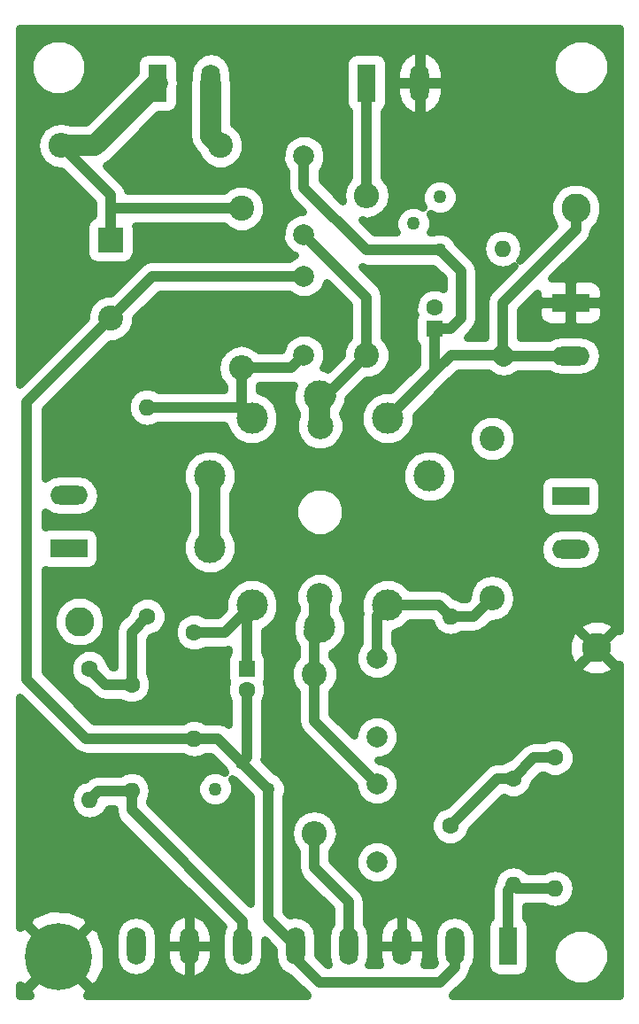
<source format=gbr>
G04 #@! TF.FileFunction,Copper,L2,Bot,Signal*
%FSLAX46Y46*%
G04 Gerber Fmt 4.6, Leading zero omitted, Abs format (unit mm)*
G04 Created by KiCad (PCBNEW 4.0.6) date Friday, 28 July 2017 'PMt' 20:00:50*
%MOMM*%
%LPD*%
G01*
G04 APERTURE LIST*
%ADD10C,0.100000*%
%ADD11C,3.000000*%
%ADD12C,2.500000*%
%ADD13C,2.000000*%
%ADD14R,2.400000X2.400000*%
%ADD15C,2.400000*%
%ADD16C,1.600000*%
%ADD17O,1.600000X1.600000*%
%ADD18C,6.400000*%
%ADD19C,1.260000*%
%ADD20C,2.800000*%
%ADD21R,1.800000X3.600000*%
%ADD22O,1.800000X3.600000*%
%ADD23R,3.600000X1.800000*%
%ADD24O,3.600000X1.800000*%
%ADD25R,1.600000X1.600000*%
%ADD26O,2.400000X2.400000*%
%ADD27C,1.000000*%
%ADD28C,2.000000*%
%ADD29C,0.800000*%
G04 APERTURE END LIST*
D10*
D11*
X208989435Y-113931484D03*
X202500041Y-116040367D03*
X196010602Y-113931820D03*
X192000019Y-108411708D03*
X191999956Y-101588329D03*
X196010688Y-96068136D03*
X202499959Y-93959633D03*
X208989398Y-96068180D03*
X212999981Y-101588292D03*
D12*
X202498210Y-113095678D03*
X202532691Y-96809217D03*
D13*
X201000000Y-90000000D03*
X201000000Y-82500000D03*
D14*
X182500000Y-79000000D03*
D15*
X182500000Y-86500000D03*
D16*
X225000000Y-128500000D03*
D17*
X225000000Y-141000000D03*
D16*
X186000000Y-115000000D03*
D17*
X186000000Y-95000000D03*
D16*
X180500000Y-120000000D03*
D17*
X180500000Y-132500000D03*
D13*
X208000000Y-119000000D03*
X208000000Y-126500000D03*
D16*
X215000000Y-135000000D03*
D17*
X215000000Y-115000000D03*
D18*
X177500000Y-147500000D03*
D13*
X201000000Y-71000000D03*
X201000000Y-78500000D03*
X208000000Y-131000000D03*
X208000000Y-138500000D03*
D16*
X220000000Y-90000000D03*
D17*
X220000000Y-79840000D03*
D16*
X184500000Y-121500000D03*
D17*
X184500000Y-131660000D03*
D16*
X190500000Y-116500000D03*
D17*
X190500000Y-126660000D03*
D16*
X221000000Y-130500000D03*
D17*
X221000000Y-140660000D03*
D19*
X214000000Y-74920000D03*
X211460000Y-77460000D03*
X214000000Y-80000000D03*
X197580000Y-131500000D03*
X195040000Y-128960000D03*
X192500000Y-131500000D03*
D20*
X227000000Y-76000000D03*
X179500000Y-115500000D03*
X229000000Y-118000000D03*
D21*
X207000000Y-64000000D03*
D22*
X212080000Y-64000000D03*
D23*
X226500000Y-103500000D03*
D24*
X226500000Y-108580000D03*
D23*
X226500000Y-85000000D03*
D24*
X226500000Y-90080000D03*
D23*
X178500000Y-108500000D03*
D24*
X178500000Y-103420000D03*
D21*
X187000000Y-64000000D03*
D22*
X192080000Y-64000000D03*
D21*
X220500000Y-146500000D03*
D22*
X215420000Y-146500000D03*
X210340000Y-146500000D03*
X205260000Y-146500000D03*
X200180000Y-146500000D03*
X195100000Y-146500000D03*
X190020000Y-146500000D03*
X184940000Y-146500000D03*
D25*
X213500000Y-87500000D03*
D16*
X213500000Y-85500000D03*
D25*
X195500000Y-120000000D03*
D16*
X195500000Y-122000000D03*
D15*
X207000000Y-90000000D03*
D26*
X207000000Y-74760000D03*
D15*
X195000000Y-76000000D03*
D26*
X195000000Y-91240000D03*
D15*
X202000000Y-120500000D03*
D26*
X202000000Y-135740000D03*
D15*
X219000000Y-98000000D03*
D26*
X219000000Y-113240000D03*
D15*
X193000000Y-70000000D03*
D26*
X177760000Y-70000000D03*
D27*
X220000000Y-90000000D02*
X220000000Y-85000000D01*
X227000000Y-78000000D02*
X227000000Y-76000000D01*
X220000000Y-85000000D02*
X227000000Y-78000000D01*
X201000000Y-71000000D02*
X201000000Y-74000000D01*
X207000000Y-80000000D02*
X214000000Y-80000000D01*
X201000000Y-74000000D02*
X207000000Y-80000000D01*
X213500000Y-87500000D02*
X215000000Y-87500000D01*
X216000000Y-82000000D02*
X214000000Y-80000000D01*
X216000000Y-86500000D02*
X216000000Y-82000000D01*
X215000000Y-87500000D02*
X216000000Y-86500000D01*
X220000000Y-90000000D02*
X215057578Y-90000000D01*
X215057578Y-90000000D02*
X213500000Y-91557578D01*
X213500000Y-87500000D02*
X213500000Y-91557578D01*
X213500000Y-91557578D02*
X208989398Y-96068180D01*
X226500000Y-90080000D02*
X220080000Y-90080000D01*
D28*
X220080000Y-90080000D02*
X220000000Y-90000000D01*
D27*
X200180000Y-146500000D02*
X200180000Y-147680000D01*
X200180000Y-147680000D02*
X202500000Y-150000000D01*
X215420000Y-148580000D02*
X215420000Y-146500000D01*
X214000000Y-150000000D02*
X215420000Y-148580000D01*
X202500000Y-150000000D02*
X214000000Y-150000000D01*
X190500000Y-126660000D02*
X180160000Y-126660000D01*
X174500000Y-94500000D02*
X182500000Y-86500000D01*
X174500000Y-121000000D02*
X174500000Y-94500000D01*
X180160000Y-126660000D02*
X174500000Y-121000000D01*
X195040000Y-128960000D02*
X197580000Y-131500000D01*
X195500000Y-122000000D02*
X195500000Y-128500000D01*
X195500000Y-128500000D02*
X195040000Y-128960000D01*
X201000000Y-82500000D02*
X186500000Y-82500000D01*
X186500000Y-82500000D02*
X182500000Y-86500000D01*
X190500000Y-126660000D02*
X192740000Y-126660000D01*
X192740000Y-126660000D02*
X195040000Y-128960000D01*
X197580000Y-131500000D02*
X197580000Y-143900000D01*
X197580000Y-143900000D02*
X200180000Y-146500000D01*
X195000000Y-91240000D02*
X199760000Y-91240000D01*
X199760000Y-91240000D02*
X201000000Y-90000000D01*
X195000000Y-91240000D02*
X195000000Y-95057448D01*
X195000000Y-95057448D02*
X196010688Y-96068136D01*
X186000000Y-95000000D02*
X194942552Y-95000000D01*
X194942552Y-95000000D02*
X196010688Y-96068136D01*
X184500000Y-121500000D02*
X184500000Y-116500000D01*
X184500000Y-116500000D02*
X186000000Y-115000000D01*
X184500000Y-121500000D02*
X182000000Y-121500000D01*
X182000000Y-121500000D02*
X180500000Y-120000000D01*
X195000000Y-76000000D02*
X182500000Y-76000000D01*
D28*
X177760000Y-70000000D02*
X181000000Y-70000000D01*
X181000000Y-70000000D02*
X187000000Y-64000000D01*
D27*
X182500000Y-79000000D02*
X182500000Y-76000000D01*
X182500000Y-76000000D02*
X182500000Y-74740000D01*
X182500000Y-74740000D02*
X177760000Y-70000000D01*
X215000000Y-115000000D02*
X217240000Y-115000000D01*
X217240000Y-115000000D02*
X219000000Y-113240000D01*
X208989435Y-113931484D02*
X213931484Y-113931484D01*
X213931484Y-113931484D02*
X215000000Y-115000000D01*
X208000000Y-119000000D02*
X208000000Y-114920919D01*
X208000000Y-114920919D02*
X208989435Y-113931484D01*
X225000000Y-128500000D02*
X223000000Y-128500000D01*
X223000000Y-128500000D02*
X221000000Y-130500000D01*
X221000000Y-130500000D02*
X219500000Y-130500000D01*
X219500000Y-130500000D02*
X215000000Y-135000000D01*
X207000000Y-64000000D02*
X207000000Y-74760000D01*
X207000000Y-90000000D02*
X207000000Y-84500000D01*
X207000000Y-84500000D02*
X201000000Y-78500000D01*
D28*
X202499959Y-93959633D02*
X203040367Y-93959633D01*
D27*
X203040367Y-93959633D02*
X207000000Y-90000000D01*
D28*
X202499959Y-93959633D02*
X202499959Y-96776485D01*
D27*
X202499959Y-96776485D02*
X202532691Y-96809217D01*
X202000000Y-120500000D02*
X202000000Y-125000000D01*
X202000000Y-125000000D02*
X208000000Y-131000000D01*
X202000000Y-120500000D02*
X202000000Y-116540408D01*
D28*
X202000000Y-116540408D02*
X202500041Y-116040367D01*
X202500041Y-116040367D02*
X202500041Y-113097509D01*
D27*
X202500041Y-113097509D02*
X202498210Y-113095678D01*
X202000000Y-116540408D02*
X202500041Y-116040367D01*
D28*
X192000019Y-108411708D02*
X192000019Y-101588392D01*
X192000019Y-101588392D02*
X191999956Y-101588329D01*
D27*
X184500000Y-131660000D02*
X184500000Y-133500000D01*
X195100000Y-144100000D02*
X195100000Y-146500000D01*
X184500000Y-133500000D02*
X195100000Y-144100000D01*
X184500000Y-131660000D02*
X181340000Y-131660000D01*
X181340000Y-131660000D02*
X180500000Y-132500000D01*
X195500000Y-120000000D02*
X195500000Y-114442422D01*
X195500000Y-114442422D02*
X196010602Y-113931820D01*
X190500000Y-116500000D02*
X193442422Y-116500000D01*
X193442422Y-116500000D02*
X196010602Y-113931820D01*
X220500000Y-146500000D02*
X220500000Y-141160000D01*
X220500000Y-141160000D02*
X221000000Y-140660000D01*
X225000000Y-141000000D02*
X221340000Y-141000000D01*
X221340000Y-141000000D02*
X221000000Y-140660000D01*
X202000000Y-135740000D02*
X202000000Y-139000000D01*
X205260000Y-142260000D02*
X205260000Y-146500000D01*
X202000000Y-139000000D02*
X205260000Y-142260000D01*
D28*
X192080000Y-64000000D02*
X192080000Y-69080000D01*
X192080000Y-69080000D02*
X193000000Y-70000000D01*
D29*
G36*
X231225000Y-116376121D02*
X230840499Y-116300923D01*
X229141421Y-118000000D01*
X230840499Y-119699077D01*
X231225000Y-119623879D01*
X231225000Y-151225000D01*
X215167783Y-151225000D01*
X215202082Y-151202082D01*
X216622079Y-149782084D01*
X216622082Y-149782082D01*
X216990595Y-149230562D01*
X217108157Y-148639537D01*
X217360147Y-148262408D01*
X217520000Y-147458773D01*
X217520000Y-145541227D01*
X217360147Y-144737592D01*
X217335029Y-144700000D01*
X218376491Y-144700000D01*
X218376491Y-148300000D01*
X218460166Y-148744693D01*
X218722979Y-149153117D01*
X219123986Y-149427114D01*
X219600000Y-149523509D01*
X221400000Y-149523509D01*
X221844693Y-149439834D01*
X222253117Y-149177021D01*
X222527114Y-148776014D01*
X222623509Y-148300000D01*
X222623509Y-148054511D01*
X224699515Y-148054511D01*
X225124892Y-149084000D01*
X225911857Y-149872340D01*
X226940602Y-150299513D01*
X228054511Y-150300485D01*
X229084000Y-149875108D01*
X229872340Y-149088143D01*
X230299513Y-148059398D01*
X230300485Y-146945489D01*
X229875108Y-145916000D01*
X229088143Y-145127660D01*
X228059398Y-144700487D01*
X226945489Y-144699515D01*
X225916000Y-145124892D01*
X225127660Y-145911857D01*
X224700487Y-146940602D01*
X224699515Y-148054511D01*
X222623509Y-148054511D01*
X222623509Y-144700000D01*
X222539834Y-144255307D01*
X222277021Y-143846883D01*
X222200000Y-143794257D01*
X222200000Y-142700000D01*
X223954856Y-142700000D01*
X224234633Y-142886941D01*
X225000000Y-143039182D01*
X225765367Y-142886941D01*
X226414214Y-142453396D01*
X226847759Y-141804549D01*
X227000000Y-141039182D01*
X227000000Y-140960818D01*
X226847759Y-140195451D01*
X226414214Y-139546604D01*
X225765367Y-139113059D01*
X225000000Y-138960818D01*
X224234633Y-139113059D01*
X223954856Y-139300000D01*
X222476619Y-139300000D01*
X222414214Y-139206604D01*
X221765367Y-138773059D01*
X221000000Y-138620818D01*
X220234633Y-138773059D01*
X219585786Y-139206604D01*
X219152241Y-139855451D01*
X219061470Y-140311789D01*
X218929405Y-140509438D01*
X218799999Y-141160000D01*
X218800000Y-141160005D01*
X218800000Y-143788799D01*
X218746883Y-143822979D01*
X218472886Y-144223986D01*
X218376491Y-144700000D01*
X217335029Y-144700000D01*
X216904924Y-144056303D01*
X216223635Y-143601080D01*
X215420000Y-143441227D01*
X214616365Y-143601080D01*
X213935076Y-144056303D01*
X213479853Y-144737592D01*
X213320000Y-145541227D01*
X213320000Y-147458773D01*
X213455560Y-148140277D01*
X213295836Y-148300000D01*
X212444396Y-148300000D01*
X212640000Y-147500000D01*
X212640000Y-146600000D01*
X210440000Y-146600000D01*
X210440000Y-146620000D01*
X210240000Y-146620000D01*
X210240000Y-146600000D01*
X208040000Y-146600000D01*
X208040000Y-147500000D01*
X208235604Y-148300000D01*
X207175029Y-148300000D01*
X207200147Y-148262408D01*
X207360000Y-147458773D01*
X207360000Y-145541227D01*
X207351800Y-145500000D01*
X208040000Y-145500000D01*
X208040000Y-146400000D01*
X210240000Y-146400000D01*
X210240000Y-143652566D01*
X210440000Y-143652566D01*
X210440000Y-146400000D01*
X212640000Y-146400000D01*
X212640000Y-145500000D01*
X212426655Y-144627440D01*
X211895635Y-143902943D01*
X211127784Y-143436808D01*
X210798228Y-143346108D01*
X210440000Y-143652566D01*
X210240000Y-143652566D01*
X209881772Y-143346108D01*
X209552216Y-143436808D01*
X208784365Y-143902943D01*
X208253345Y-144627440D01*
X208040000Y-145500000D01*
X207351800Y-145500000D01*
X207200147Y-144737592D01*
X206960000Y-144378187D01*
X206960000Y-142260005D01*
X206960001Y-142260000D01*
X206830595Y-141609438D01*
X206733783Y-141464549D01*
X206462082Y-141057918D01*
X206462079Y-141057916D01*
X204339851Y-138935687D01*
X205799619Y-138935687D01*
X206133843Y-139744572D01*
X206752173Y-140363982D01*
X207560473Y-140699618D01*
X208435687Y-140700381D01*
X209244572Y-140366157D01*
X209863982Y-139747827D01*
X210199618Y-138939527D01*
X210200381Y-138064313D01*
X209866157Y-137255428D01*
X209247827Y-136636018D01*
X208439527Y-136300382D01*
X207564313Y-136299619D01*
X206755428Y-136633843D01*
X206136018Y-137252173D01*
X205800382Y-138060473D01*
X205799619Y-138935687D01*
X204339851Y-138935687D01*
X203700000Y-138295836D01*
X203700000Y-137479669D01*
X204217311Y-136705459D01*
X204400000Y-135787019D01*
X204400000Y-135692981D01*
X204340943Y-135396079D01*
X212999654Y-135396079D01*
X213303494Y-136131429D01*
X213865612Y-136694529D01*
X214600430Y-136999652D01*
X215396079Y-137000346D01*
X216131429Y-136696506D01*
X216694529Y-136134388D01*
X216996143Y-135408021D01*
X220108697Y-132295467D01*
X220600430Y-132499652D01*
X221396079Y-132500346D01*
X222131429Y-132196506D01*
X222694529Y-131634388D01*
X222996143Y-130908021D01*
X223704163Y-130200000D01*
X223878788Y-130200000D01*
X224600430Y-130499652D01*
X225396079Y-130500346D01*
X226131429Y-130196506D01*
X226694529Y-129634388D01*
X226999652Y-128899570D01*
X227000346Y-128103921D01*
X226696506Y-127368571D01*
X226134388Y-126805471D01*
X225399570Y-126500348D01*
X224603921Y-126499654D01*
X223877027Y-126800000D01*
X223000005Y-126800000D01*
X223000000Y-126799999D01*
X222349438Y-126929405D01*
X221797918Y-127297918D01*
X221797916Y-127297921D01*
X220590733Y-128505103D01*
X219877027Y-128800000D01*
X219500005Y-128800000D01*
X219500000Y-128799999D01*
X218849438Y-128929405D01*
X218297918Y-129297918D01*
X214590733Y-133005103D01*
X213868571Y-133303494D01*
X213305471Y-133865612D01*
X213000348Y-134600430D01*
X212999654Y-135396079D01*
X204340943Y-135396079D01*
X204217311Y-134774541D01*
X203697056Y-133995925D01*
X202918440Y-133475670D01*
X202000000Y-133292981D01*
X201081560Y-133475670D01*
X200302944Y-133995925D01*
X199782689Y-134774541D01*
X199600000Y-135692981D01*
X199600000Y-135787019D01*
X199782689Y-136705459D01*
X200300000Y-137479669D01*
X200300000Y-138999995D01*
X200299999Y-139000000D01*
X200429405Y-139650562D01*
X200797918Y-140202082D01*
X203560000Y-142964163D01*
X203560000Y-144378187D01*
X203319853Y-144737592D01*
X203160000Y-145541227D01*
X203160000Y-147458773D01*
X203319853Y-148262408D01*
X203344971Y-148300000D01*
X203204163Y-148300000D01*
X202280000Y-147375836D01*
X202280000Y-145541227D01*
X202120147Y-144737592D01*
X201664924Y-144056303D01*
X200983635Y-143601080D01*
X200180000Y-143441227D01*
X199633997Y-143549834D01*
X199280000Y-143195836D01*
X199280000Y-132177915D01*
X199409682Y-131865607D01*
X199410317Y-131137587D01*
X199132303Y-130464742D01*
X198617965Y-129949506D01*
X198302802Y-129818638D01*
X197164190Y-128680027D01*
X197200000Y-128500000D01*
X197200000Y-123121212D01*
X197499652Y-122399570D01*
X197500346Y-121603921D01*
X197388318Y-121332793D01*
X197427114Y-121276014D01*
X197488010Y-120975295D01*
X199599584Y-120975295D01*
X199964192Y-121857715D01*
X200300000Y-122194109D01*
X200300000Y-124999995D01*
X200299999Y-125000000D01*
X200429405Y-125650562D01*
X200797918Y-126202082D01*
X205799821Y-131203984D01*
X205799619Y-131435687D01*
X206133843Y-132244572D01*
X206752173Y-132863982D01*
X207560473Y-133199618D01*
X208435687Y-133200381D01*
X209244572Y-132866157D01*
X209863982Y-132247827D01*
X210199618Y-131439527D01*
X210200381Y-130564313D01*
X209866157Y-129755428D01*
X209247827Y-129136018D01*
X208439527Y-128800382D01*
X208204340Y-128800177D01*
X208104255Y-128700092D01*
X208435687Y-128700381D01*
X209244572Y-128366157D01*
X209863982Y-127747827D01*
X210199618Y-126939527D01*
X210200381Y-126064313D01*
X209866157Y-125255428D01*
X209247827Y-124636018D01*
X208439527Y-124300382D01*
X207564313Y-124299619D01*
X206755428Y-124633843D01*
X206136018Y-125252173D01*
X205800382Y-126060473D01*
X205800090Y-126395926D01*
X203700000Y-124295836D01*
X203700000Y-122194120D01*
X204033435Y-121861266D01*
X204399583Y-120979484D01*
X204400416Y-120024705D01*
X204157040Y-119435687D01*
X205799619Y-119435687D01*
X206133843Y-120244572D01*
X206752173Y-120863982D01*
X207560473Y-121199618D01*
X208435687Y-121200381D01*
X209244572Y-120866157D01*
X209863982Y-120247827D01*
X210033119Y-119840499D01*
X227300923Y-119840499D01*
X227403890Y-120366987D01*
X228431193Y-120797616D01*
X229545092Y-120802333D01*
X230576006Y-120380421D01*
X230596110Y-120366987D01*
X230699077Y-119840499D01*
X229000000Y-118141421D01*
X227300923Y-119840499D01*
X210033119Y-119840499D01*
X210199618Y-119439527D01*
X210200381Y-118564313D01*
X210192440Y-118545092D01*
X226197667Y-118545092D01*
X226619579Y-119576006D01*
X226633013Y-119596110D01*
X227159501Y-119699077D01*
X228858579Y-118000000D01*
X227159501Y-116300923D01*
X226633013Y-116403890D01*
X226202384Y-117431193D01*
X226197667Y-118545092D01*
X210192440Y-118545092D01*
X209866157Y-117755428D01*
X209700000Y-117588981D01*
X209700000Y-116559289D01*
X210516864Y-116221767D01*
X211108178Y-115631484D01*
X213117816Y-115631484D01*
X213152241Y-115804549D01*
X213585786Y-116453396D01*
X214234633Y-116886941D01*
X215000000Y-117039182D01*
X215765367Y-116886941D01*
X216045144Y-116700000D01*
X217239995Y-116700000D01*
X217240000Y-116700001D01*
X217890562Y-116570595D01*
X218442082Y-116202082D01*
X218484663Y-116159501D01*
X227300923Y-116159501D01*
X229000000Y-117858579D01*
X230699077Y-116159501D01*
X230596110Y-115633013D01*
X229568807Y-115202384D01*
X228454908Y-115197667D01*
X227423994Y-115619579D01*
X227403890Y-115633013D01*
X227300923Y-116159501D01*
X218484663Y-116159501D01*
X218964255Y-115679909D01*
X219000000Y-115687019D01*
X219918440Y-115504330D01*
X220697056Y-114984075D01*
X221217311Y-114205459D01*
X221400000Y-113287019D01*
X221400000Y-113192981D01*
X221217311Y-112274541D01*
X220697056Y-111495925D01*
X219918440Y-110975670D01*
X219000000Y-110792981D01*
X218081560Y-110975670D01*
X217302944Y-111495925D01*
X216782689Y-112274541D01*
X216600000Y-113192981D01*
X216600000Y-113235836D01*
X216535836Y-113300000D01*
X216045144Y-113300000D01*
X215765367Y-113113059D01*
X215455608Y-113051444D01*
X215133566Y-112729402D01*
X214582046Y-112360889D01*
X213931484Y-112231483D01*
X213931479Y-112231484D01*
X211107448Y-112231484D01*
X210520859Y-111643870D01*
X209528854Y-111231954D01*
X208454728Y-111231016D01*
X207462006Y-111641201D01*
X206701821Y-112400060D01*
X206289905Y-113392065D01*
X206288967Y-114466191D01*
X206357472Y-114631985D01*
X206299999Y-114920919D01*
X206300000Y-114920924D01*
X206300000Y-117588477D01*
X206136018Y-117752173D01*
X205800382Y-118560473D01*
X205799619Y-119435687D01*
X204157040Y-119435687D01*
X204035808Y-119142285D01*
X203700000Y-118805891D01*
X203700000Y-118465958D01*
X204027470Y-118330650D01*
X204787655Y-117571791D01*
X205199571Y-116579786D01*
X205200509Y-115505660D01*
X204790324Y-114512938D01*
X204700041Y-114422497D01*
X204700041Y-114181781D01*
X204947783Y-113585151D01*
X204948634Y-112610481D01*
X204576430Y-111709678D01*
X203887835Y-111019880D01*
X202987683Y-110646105D01*
X202013013Y-110645254D01*
X201112210Y-111017458D01*
X200422412Y-111706053D01*
X200048637Y-112606205D01*
X200047786Y-113580875D01*
X200300041Y-114191379D01*
X200300041Y-114421482D01*
X200212427Y-114508943D01*
X199800511Y-115500948D01*
X199799573Y-116575074D01*
X199813693Y-116609247D01*
X199967465Y-117382311D01*
X200300000Y-117879985D01*
X200300000Y-118805880D01*
X199966565Y-119138734D01*
X199600417Y-120020516D01*
X199599584Y-120975295D01*
X197488010Y-120975295D01*
X197523509Y-120800000D01*
X197523509Y-119200000D01*
X197439834Y-118755307D01*
X197200000Y-118382593D01*
X197200000Y-116361775D01*
X197538031Y-116222103D01*
X198298216Y-115463244D01*
X198710132Y-114471239D01*
X198711070Y-113397113D01*
X198300885Y-112404391D01*
X197542026Y-111644206D01*
X196550021Y-111232290D01*
X195475895Y-111231352D01*
X194483173Y-111641537D01*
X193722988Y-112400396D01*
X193311072Y-113392401D01*
X193310342Y-114227916D01*
X192738258Y-114800000D01*
X191621212Y-114800000D01*
X190899570Y-114500348D01*
X190103921Y-114499654D01*
X189368571Y-114803494D01*
X188805471Y-115365612D01*
X188500348Y-116100430D01*
X188499654Y-116896079D01*
X188803494Y-117631429D01*
X189365612Y-118194529D01*
X190100430Y-118499652D01*
X190896079Y-118500346D01*
X191622973Y-118200000D01*
X193442417Y-118200000D01*
X193442422Y-118200001D01*
X193800000Y-118128874D01*
X193800000Y-118391594D01*
X193572886Y-118723986D01*
X193476491Y-119200000D01*
X193476491Y-120800000D01*
X193560166Y-121244693D01*
X193613589Y-121327715D01*
X193500348Y-121600430D01*
X193499654Y-122396079D01*
X193800000Y-123122973D01*
X193800000Y-125362982D01*
X193390562Y-125089405D01*
X192740000Y-124959999D01*
X192739995Y-124960000D01*
X191545144Y-124960000D01*
X191265367Y-124773059D01*
X190500000Y-124620818D01*
X189734633Y-124773059D01*
X189454856Y-124960000D01*
X180864163Y-124960000D01*
X176200000Y-120295836D01*
X176200000Y-116014903D01*
X176899550Y-116014903D01*
X177294542Y-116970858D01*
X178025295Y-117702887D01*
X178980559Y-118099548D01*
X179860302Y-118100315D01*
X179368571Y-118303494D01*
X178805471Y-118865612D01*
X178500348Y-119600430D01*
X178499654Y-120396079D01*
X178803494Y-121131429D01*
X179365612Y-121694529D01*
X180091980Y-121996143D01*
X180797916Y-122702079D01*
X180797918Y-122702082D01*
X181094747Y-122900416D01*
X181349438Y-123070595D01*
X182000000Y-123200000D01*
X183378788Y-123200000D01*
X184100430Y-123499652D01*
X184896079Y-123500346D01*
X185631429Y-123196506D01*
X186194529Y-122634388D01*
X186499652Y-121899570D01*
X186500346Y-121103921D01*
X186200000Y-120377027D01*
X186200000Y-117204164D01*
X186409266Y-116994897D01*
X187131429Y-116696506D01*
X187694529Y-116134388D01*
X187999652Y-115399570D01*
X188000346Y-114603921D01*
X187696506Y-113868571D01*
X187134388Y-113305471D01*
X186399570Y-113000348D01*
X185603921Y-112999654D01*
X184868571Y-113303494D01*
X184305471Y-113865612D01*
X184003857Y-114591980D01*
X183297918Y-115297918D01*
X182929405Y-115849438D01*
X182799999Y-116500000D01*
X182800000Y-116500005D01*
X182800000Y-119800000D01*
X182704163Y-119800000D01*
X182494897Y-119590734D01*
X182196506Y-118868571D01*
X181634388Y-118305471D01*
X180899570Y-118000348D01*
X180258522Y-117999789D01*
X180970858Y-117705458D01*
X181702887Y-116974705D01*
X182099548Y-116019441D01*
X182100450Y-114985097D01*
X181705458Y-114029142D01*
X180974705Y-113297113D01*
X180019441Y-112900452D01*
X178985097Y-112899550D01*
X178029142Y-113294542D01*
X177297113Y-114025295D01*
X176900452Y-114980559D01*
X176899550Y-116014903D01*
X176200000Y-116014903D01*
X176200000Y-110510725D01*
X176223986Y-110527114D01*
X176700000Y-110623509D01*
X180300000Y-110623509D01*
X180744693Y-110539834D01*
X181153117Y-110277021D01*
X181427114Y-109876014D01*
X181523509Y-109400000D01*
X181523509Y-107600000D01*
X181439834Y-107155307D01*
X181177021Y-106746883D01*
X180776014Y-106472886D01*
X180300000Y-106376491D01*
X176700000Y-106376491D01*
X176255307Y-106460166D01*
X176200000Y-106495755D01*
X176200000Y-105000939D01*
X176737592Y-105360147D01*
X177541227Y-105520000D01*
X179458773Y-105520000D01*
X180262408Y-105360147D01*
X180943697Y-104904924D01*
X181398920Y-104223635D01*
X181558773Y-103420000D01*
X181398920Y-102616365D01*
X181069288Y-102123036D01*
X189299488Y-102123036D01*
X189709673Y-103115758D01*
X189800019Y-103206262D01*
X189800019Y-106792823D01*
X189712405Y-106880284D01*
X189300489Y-107872289D01*
X189299551Y-108946415D01*
X189709736Y-109939137D01*
X190468595Y-110699322D01*
X191460600Y-111111238D01*
X192534726Y-111112176D01*
X193527448Y-110701991D01*
X194287633Y-109943132D01*
X194699549Y-108951127D01*
X194699873Y-108580000D01*
X223441227Y-108580000D01*
X223601080Y-109383635D01*
X224056303Y-110064924D01*
X224737592Y-110520147D01*
X225541227Y-110680000D01*
X227458773Y-110680000D01*
X228262408Y-110520147D01*
X228943697Y-110064924D01*
X229398920Y-109383635D01*
X229558773Y-108580000D01*
X229398920Y-107776365D01*
X228943697Y-107095076D01*
X228262408Y-106639853D01*
X227458773Y-106480000D01*
X225541227Y-106480000D01*
X224737592Y-106639853D01*
X224056303Y-107095076D01*
X223601080Y-107776365D01*
X223441227Y-108580000D01*
X194699873Y-108580000D01*
X194700487Y-107877001D01*
X194290302Y-106884279D01*
X194200019Y-106793838D01*
X194200019Y-105485197D01*
X200049576Y-105485197D01*
X200421780Y-106386000D01*
X201110375Y-107075798D01*
X202010527Y-107449573D01*
X202985197Y-107450424D01*
X203886000Y-107078220D01*
X204575798Y-106389625D01*
X204949573Y-105489473D01*
X204950424Y-104514803D01*
X204578220Y-103614000D01*
X203889625Y-102924202D01*
X202989473Y-102550427D01*
X202014803Y-102549576D01*
X201114000Y-102921780D01*
X200424202Y-103610375D01*
X200050427Y-104510527D01*
X200049576Y-105485197D01*
X194200019Y-105485197D01*
X194200019Y-103207151D01*
X194287570Y-103119753D01*
X194699486Y-102127748D01*
X194699490Y-102122999D01*
X210299513Y-102122999D01*
X210709698Y-103115721D01*
X211468557Y-103875906D01*
X212460562Y-104287822D01*
X213534688Y-104288760D01*
X214527410Y-103878575D01*
X215287595Y-103119716D01*
X215503399Y-102600000D01*
X223476491Y-102600000D01*
X223476491Y-104400000D01*
X223560166Y-104844693D01*
X223822979Y-105253117D01*
X224223986Y-105527114D01*
X224700000Y-105623509D01*
X228300000Y-105623509D01*
X228744693Y-105539834D01*
X229153117Y-105277021D01*
X229427114Y-104876014D01*
X229523509Y-104400000D01*
X229523509Y-102600000D01*
X229439834Y-102155307D01*
X229177021Y-101746883D01*
X228776014Y-101472886D01*
X228300000Y-101376491D01*
X224700000Y-101376491D01*
X224255307Y-101460166D01*
X223846883Y-101722979D01*
X223572886Y-102123986D01*
X223476491Y-102600000D01*
X215503399Y-102600000D01*
X215699511Y-102127711D01*
X215700449Y-101053585D01*
X215290264Y-100060863D01*
X214531405Y-99300678D01*
X213539400Y-98888762D01*
X212465274Y-98887824D01*
X211472552Y-99298009D01*
X210712367Y-100056868D01*
X210300451Y-101048873D01*
X210299513Y-102122999D01*
X194699490Y-102122999D01*
X194700424Y-101053622D01*
X194290239Y-100060900D01*
X193531380Y-99300715D01*
X192539375Y-98888799D01*
X191465249Y-98887861D01*
X190472527Y-99298046D01*
X189712342Y-100056905D01*
X189300426Y-101048910D01*
X189299488Y-102123036D01*
X181069288Y-102123036D01*
X180943697Y-101935076D01*
X180262408Y-101479853D01*
X179458773Y-101320000D01*
X177541227Y-101320000D01*
X176737592Y-101479853D01*
X176200000Y-101839061D01*
X176200000Y-95204164D01*
X182504158Y-88900005D01*
X182975295Y-88900416D01*
X183857715Y-88535808D01*
X184533435Y-87861266D01*
X184899583Y-86979484D01*
X184899998Y-86504166D01*
X187204163Y-84200000D01*
X199588477Y-84200000D01*
X199752173Y-84363982D01*
X200560473Y-84699618D01*
X201435687Y-84700381D01*
X202244572Y-84366157D01*
X202863982Y-83747827D01*
X203151425Y-83055588D01*
X205300000Y-85204163D01*
X205300000Y-88305880D01*
X204966565Y-88638734D01*
X204600417Y-89520516D01*
X204600002Y-89995834D01*
X203248782Y-91347055D01*
X203039378Y-91260103D01*
X202851849Y-91259939D01*
X202863982Y-91247827D01*
X203199618Y-90439527D01*
X203200381Y-89564313D01*
X202866157Y-88755428D01*
X202247827Y-88136018D01*
X201439527Y-87800382D01*
X200564313Y-87799619D01*
X199755428Y-88133843D01*
X199136018Y-88752173D01*
X198808883Y-89540000D01*
X196726506Y-89540000D01*
X196697056Y-89495925D01*
X195918440Y-88975670D01*
X195000000Y-88792981D01*
X194081560Y-88975670D01*
X193302944Y-89495925D01*
X192782689Y-90274541D01*
X192600000Y-91192981D01*
X192600000Y-91287019D01*
X192782689Y-92205459D01*
X193300000Y-92979669D01*
X193300000Y-93300000D01*
X187045144Y-93300000D01*
X186765367Y-93113059D01*
X186000000Y-92960818D01*
X185234633Y-93113059D01*
X184585786Y-93546604D01*
X184152241Y-94195451D01*
X184000000Y-94960818D01*
X184000000Y-95039182D01*
X184152241Y-95804549D01*
X184585786Y-96453396D01*
X185234633Y-96886941D01*
X186000000Y-97039182D01*
X186765367Y-96886941D01*
X187045144Y-96700000D01*
X193350365Y-96700000D01*
X193720405Y-97595565D01*
X194479264Y-98355750D01*
X195471269Y-98767666D01*
X196545395Y-98768604D01*
X197538117Y-98358419D01*
X198298302Y-97599560D01*
X198710218Y-96607555D01*
X198711156Y-95533429D01*
X198300971Y-94540707D01*
X197542112Y-93780522D01*
X196700000Y-93430847D01*
X196700000Y-92979669D01*
X196726506Y-92940000D01*
X199759995Y-92940000D01*
X199760000Y-92940001D01*
X200021423Y-92888000D01*
X199800429Y-93420214D01*
X199799491Y-94494340D01*
X200209676Y-95487062D01*
X200299959Y-95577503D01*
X200299959Y-95797532D01*
X200083118Y-96319744D01*
X200082267Y-97294414D01*
X200454471Y-98195217D01*
X201143066Y-98885015D01*
X202043218Y-99258790D01*
X203017888Y-99259641D01*
X203918691Y-98887437D01*
X204608489Y-98198842D01*
X204982264Y-97298690D01*
X204983115Y-96324020D01*
X204699959Y-95638730D01*
X204699959Y-95578518D01*
X204787573Y-95491057D01*
X205199489Y-94499052D01*
X205199746Y-94204417D01*
X207004158Y-92400005D01*
X207475295Y-92400416D01*
X208357715Y-92035808D01*
X209033435Y-91361266D01*
X209399583Y-90479484D01*
X209400416Y-89524705D01*
X209035808Y-88642285D01*
X208700000Y-88305891D01*
X208700000Y-84500000D01*
X208570595Y-83849438D01*
X208202082Y-83297918D01*
X208202079Y-83297916D01*
X206505876Y-81601712D01*
X207000000Y-81700000D01*
X213295836Y-81700000D01*
X214300000Y-82704163D01*
X214300000Y-83666621D01*
X213899570Y-83500348D01*
X213103921Y-83499654D01*
X212368571Y-83803494D01*
X211805471Y-84365612D01*
X211500348Y-85100430D01*
X211499654Y-85896079D01*
X211611682Y-86167207D01*
X211572886Y-86223986D01*
X211476491Y-86700000D01*
X211476491Y-88300000D01*
X211560166Y-88744693D01*
X211800000Y-89117407D01*
X211800000Y-90853415D01*
X209284977Y-93368437D01*
X208454691Y-93367712D01*
X207461969Y-93777897D01*
X206701784Y-94536756D01*
X206289868Y-95528761D01*
X206288930Y-96602887D01*
X206699115Y-97595609D01*
X207457974Y-98355794D01*
X208449979Y-98767710D01*
X209524105Y-98768648D01*
X210234072Y-98475295D01*
X216599584Y-98475295D01*
X216964192Y-99357715D01*
X217638734Y-100033435D01*
X218520516Y-100399583D01*
X219475295Y-100400416D01*
X220357715Y-100035808D01*
X221033435Y-99361266D01*
X221399583Y-98479484D01*
X221400416Y-97524705D01*
X221035808Y-96642285D01*
X220361266Y-95966565D01*
X219479484Y-95600417D01*
X218524705Y-95599584D01*
X217642285Y-95964192D01*
X216966565Y-96638734D01*
X216600417Y-97520516D01*
X216599584Y-98475295D01*
X210234072Y-98475295D01*
X210516827Y-98358463D01*
X211277012Y-97599604D01*
X211688928Y-96607599D01*
X211689658Y-95772084D01*
X214702079Y-92759662D01*
X214702082Y-92759660D01*
X215761741Y-91700000D01*
X218620694Y-91700000D01*
X219238097Y-92112535D01*
X220080000Y-92280000D01*
X220921903Y-92112535D01*
X221419577Y-91780000D01*
X224378187Y-91780000D01*
X224737592Y-92020147D01*
X225541227Y-92180000D01*
X227458773Y-92180000D01*
X228262408Y-92020147D01*
X228943697Y-91564924D01*
X229398920Y-90883635D01*
X229558773Y-90080000D01*
X229398920Y-89276365D01*
X228943697Y-88595076D01*
X228262408Y-88139853D01*
X227458773Y-87980000D01*
X225541227Y-87980000D01*
X224737592Y-88139853D01*
X224378187Y-88380000D01*
X221700000Y-88380000D01*
X221700000Y-85704164D01*
X221954164Y-85450000D01*
X223300000Y-85450000D01*
X223300000Y-86178477D01*
X223513137Y-86693036D01*
X223906963Y-87086862D01*
X224421522Y-87300000D01*
X226050000Y-87300000D01*
X226400000Y-86950000D01*
X226400000Y-85100000D01*
X226600000Y-85100000D01*
X226600000Y-86950000D01*
X226950000Y-87300000D01*
X228578478Y-87300000D01*
X229093037Y-87086862D01*
X229486863Y-86693036D01*
X229700000Y-86178477D01*
X229700000Y-85450000D01*
X229350000Y-85100000D01*
X226600000Y-85100000D01*
X226400000Y-85100000D01*
X223650000Y-85100000D01*
X223300000Y-85450000D01*
X221954164Y-85450000D01*
X223300000Y-84104164D01*
X223300000Y-84550000D01*
X223650000Y-84900000D01*
X226400000Y-84900000D01*
X226400000Y-83050000D01*
X226600000Y-83050000D01*
X226600000Y-84900000D01*
X229350000Y-84900000D01*
X229700000Y-84550000D01*
X229700000Y-83821523D01*
X229486863Y-83306964D01*
X229093037Y-82913138D01*
X228578478Y-82700000D01*
X226950000Y-82700000D01*
X226600000Y-83050000D01*
X226400000Y-83050000D01*
X226050000Y-82700000D01*
X224704163Y-82700000D01*
X228202079Y-79202084D01*
X228202082Y-79202082D01*
X228570595Y-78650562D01*
X228600544Y-78500000D01*
X228700001Y-78000000D01*
X228700000Y-77999995D01*
X228700000Y-77976715D01*
X229202887Y-77474705D01*
X229599548Y-76519441D01*
X229600450Y-75485097D01*
X229205458Y-74529142D01*
X228474705Y-73797113D01*
X227519441Y-73400452D01*
X226485097Y-73399550D01*
X225529142Y-73794542D01*
X224797113Y-74525295D01*
X224400452Y-75480559D01*
X224399550Y-76514903D01*
X224794542Y-77470858D01*
X224959616Y-77636221D01*
X221639288Y-80956548D01*
X221847759Y-80644549D01*
X222000000Y-79879182D01*
X222000000Y-79800818D01*
X221847759Y-79035451D01*
X221414214Y-78386604D01*
X220765367Y-77953059D01*
X220000000Y-77800818D01*
X219234633Y-77953059D01*
X218585786Y-78386604D01*
X218152241Y-79035451D01*
X218000000Y-79800818D01*
X218000000Y-79879182D01*
X218152241Y-80644549D01*
X218585786Y-81293396D01*
X219234633Y-81726941D01*
X220000000Y-81879182D01*
X220765367Y-81726941D01*
X221077366Y-81518470D01*
X218797918Y-83797918D01*
X218429405Y-84349438D01*
X218299999Y-85000000D01*
X218300000Y-85000005D01*
X218300000Y-88300000D01*
X216604164Y-88300000D01*
X217202079Y-87702084D01*
X217202082Y-87702082D01*
X217570595Y-87150562D01*
X217610489Y-86950000D01*
X217700001Y-86500000D01*
X217700000Y-86499995D01*
X217700000Y-82000005D01*
X217700001Y-82000000D01*
X217570595Y-81349438D01*
X217536171Y-81297919D01*
X217202082Y-80797918D01*
X217202079Y-80797916D01*
X215681439Y-79277276D01*
X215552303Y-78964742D01*
X215037965Y-78449506D01*
X214365607Y-78170318D01*
X213637587Y-78169683D01*
X213322196Y-78300000D01*
X213092696Y-78300000D01*
X213289682Y-77825607D01*
X213290317Y-77097587D01*
X213045533Y-76505166D01*
X213634393Y-76749682D01*
X214362413Y-76750317D01*
X215035258Y-76472303D01*
X215550494Y-75957965D01*
X215829682Y-75285607D01*
X215830317Y-74557587D01*
X215552303Y-73884742D01*
X215037965Y-73369506D01*
X214365607Y-73090318D01*
X213637587Y-73089683D01*
X212964742Y-73367697D01*
X212449506Y-73882035D01*
X212170318Y-74554393D01*
X212169683Y-75282413D01*
X212414467Y-75874834D01*
X211825607Y-75630318D01*
X211097587Y-75629683D01*
X210424742Y-75907697D01*
X209909506Y-76422035D01*
X209630318Y-77094393D01*
X209629683Y-77822413D01*
X209827018Y-78300000D01*
X207704163Y-78300000D01*
X206514638Y-77110474D01*
X207000000Y-77207019D01*
X207918440Y-77024330D01*
X208697056Y-76504075D01*
X209217311Y-75725459D01*
X209400000Y-74807019D01*
X209400000Y-74712981D01*
X209217311Y-73794541D01*
X208700000Y-73020331D01*
X208700000Y-66711201D01*
X208753117Y-66677021D01*
X209027114Y-66276014D01*
X209123509Y-65800000D01*
X209123509Y-64100000D01*
X209780000Y-64100000D01*
X209780000Y-65000000D01*
X209993345Y-65872560D01*
X210524365Y-66597057D01*
X211292216Y-67063192D01*
X211621772Y-67153892D01*
X211980000Y-66847434D01*
X211980000Y-64100000D01*
X212180000Y-64100000D01*
X212180000Y-66847434D01*
X212538228Y-67153892D01*
X212867784Y-67063192D01*
X213635635Y-66597057D01*
X214166655Y-65872560D01*
X214380000Y-65000000D01*
X214380000Y-64100000D01*
X212180000Y-64100000D01*
X211980000Y-64100000D01*
X209780000Y-64100000D01*
X209123509Y-64100000D01*
X209123509Y-63000000D01*
X209780000Y-63000000D01*
X209780000Y-63900000D01*
X211980000Y-63900000D01*
X211980000Y-61152566D01*
X212180000Y-61152566D01*
X212180000Y-63900000D01*
X214380000Y-63900000D01*
X214380000Y-63054511D01*
X224699515Y-63054511D01*
X225124892Y-64084000D01*
X225911857Y-64872340D01*
X226940602Y-65299513D01*
X228054511Y-65300485D01*
X229084000Y-64875108D01*
X229872340Y-64088143D01*
X230299513Y-63059398D01*
X230300485Y-61945489D01*
X229875108Y-60916000D01*
X229088143Y-60127660D01*
X228059398Y-59700487D01*
X226945489Y-59699515D01*
X225916000Y-60124892D01*
X225127660Y-60911857D01*
X224700487Y-61940602D01*
X224699515Y-63054511D01*
X214380000Y-63054511D01*
X214380000Y-63000000D01*
X214166655Y-62127440D01*
X213635635Y-61402943D01*
X212867784Y-60936808D01*
X212538228Y-60846108D01*
X212180000Y-61152566D01*
X211980000Y-61152566D01*
X211621772Y-60846108D01*
X211292216Y-60936808D01*
X210524365Y-61402943D01*
X209993345Y-62127440D01*
X209780000Y-63000000D01*
X209123509Y-63000000D01*
X209123509Y-62200000D01*
X209039834Y-61755307D01*
X208777021Y-61346883D01*
X208376014Y-61072886D01*
X207900000Y-60976491D01*
X206100000Y-60976491D01*
X205655307Y-61060166D01*
X205246883Y-61322979D01*
X204972886Y-61723986D01*
X204876491Y-62200000D01*
X204876491Y-65800000D01*
X204960166Y-66244693D01*
X205222979Y-66653117D01*
X205300000Y-66705743D01*
X205300000Y-73020331D01*
X204782689Y-73794541D01*
X204600000Y-74712981D01*
X204600000Y-74807019D01*
X204696544Y-75292381D01*
X202700000Y-73295836D01*
X202700000Y-72411523D01*
X202863982Y-72247827D01*
X203199618Y-71439527D01*
X203200381Y-70564313D01*
X202866157Y-69755428D01*
X202247827Y-69136018D01*
X201439527Y-68800382D01*
X200564313Y-68799619D01*
X199755428Y-69133843D01*
X199136018Y-69752173D01*
X198800382Y-70560473D01*
X198799619Y-71435687D01*
X199133843Y-72244572D01*
X199300000Y-72411019D01*
X199300000Y-73999995D01*
X199299999Y-74000000D01*
X199429405Y-74650562D01*
X199797918Y-75202082D01*
X200895744Y-76299908D01*
X200564313Y-76299619D01*
X199755428Y-76633843D01*
X199136018Y-77252173D01*
X198800382Y-78060473D01*
X198799619Y-78935687D01*
X199133843Y-79744572D01*
X199752173Y-80363982D01*
X200079547Y-80499920D01*
X199755428Y-80633843D01*
X199588981Y-80800000D01*
X186500000Y-80800000D01*
X185849438Y-80929405D01*
X185297918Y-81297918D01*
X185297916Y-81297921D01*
X182495841Y-84099995D01*
X182024705Y-84099584D01*
X181142285Y-84464192D01*
X180466565Y-85138734D01*
X180100417Y-86020516D01*
X180100002Y-86495835D01*
X173775000Y-92820836D01*
X173775000Y-70000000D01*
X175312981Y-70000000D01*
X175495670Y-70918440D01*
X176015925Y-71697056D01*
X176794541Y-72217311D01*
X177712981Y-72400000D01*
X177755836Y-72400000D01*
X180800000Y-75444163D01*
X180800000Y-76695755D01*
X180446883Y-76922979D01*
X180172886Y-77323986D01*
X180076491Y-77800000D01*
X180076491Y-80200000D01*
X180160166Y-80644693D01*
X180422979Y-81053117D01*
X180823986Y-81327114D01*
X181300000Y-81423509D01*
X183700000Y-81423509D01*
X184144693Y-81339834D01*
X184553117Y-81077021D01*
X184827114Y-80676014D01*
X184923509Y-80200000D01*
X184923509Y-77800000D01*
X184904693Y-77700000D01*
X193305880Y-77700000D01*
X193638734Y-78033435D01*
X194520516Y-78399583D01*
X195475295Y-78400416D01*
X196357715Y-78035808D01*
X197033435Y-77361266D01*
X197399583Y-76479484D01*
X197400416Y-75524705D01*
X197035808Y-74642285D01*
X196361266Y-73966565D01*
X195479484Y-73600417D01*
X194524705Y-73599584D01*
X193642285Y-73964192D01*
X193305891Y-74300000D01*
X184112478Y-74300000D01*
X184070595Y-74089438D01*
X183702082Y-73537918D01*
X183702079Y-73537916D01*
X182054588Y-71890424D01*
X182555635Y-71555635D01*
X187087761Y-67023509D01*
X187900000Y-67023509D01*
X188344693Y-66939834D01*
X188753117Y-66677021D01*
X189027114Y-66276014D01*
X189123509Y-65800000D01*
X189123509Y-64384546D01*
X189200000Y-64000000D01*
X189880000Y-64000000D01*
X189880000Y-69080000D01*
X190047465Y-69921904D01*
X190333134Y-70349438D01*
X190524365Y-70635635D01*
X190765449Y-70876719D01*
X190964192Y-71357715D01*
X191638734Y-72033435D01*
X192520516Y-72399583D01*
X193475295Y-72400416D01*
X194357715Y-72035808D01*
X195033435Y-71361266D01*
X195399583Y-70479484D01*
X195400416Y-69524705D01*
X195035808Y-68642285D01*
X194361266Y-67966565D01*
X194280000Y-67932820D01*
X194280000Y-64000000D01*
X194180000Y-63497266D01*
X194180000Y-63041227D01*
X194020147Y-62237592D01*
X193564924Y-61556303D01*
X192883635Y-61101080D01*
X192080000Y-60941227D01*
X191276365Y-61101080D01*
X190595076Y-61556303D01*
X190139853Y-62237592D01*
X189980000Y-63041227D01*
X189980000Y-63497266D01*
X189880000Y-64000000D01*
X189200000Y-64000000D01*
X189123509Y-63615454D01*
X189123509Y-62200000D01*
X189039834Y-61755307D01*
X188777021Y-61346883D01*
X188376014Y-61072886D01*
X187900000Y-60976491D01*
X186100000Y-60976491D01*
X185655307Y-61060166D01*
X185246883Y-61322979D01*
X184972886Y-61723986D01*
X184876491Y-62200000D01*
X184876491Y-63012239D01*
X180088730Y-67800000D01*
X178751367Y-67800000D01*
X178725459Y-67782689D01*
X177807019Y-67600000D01*
X177712981Y-67600000D01*
X176794541Y-67782689D01*
X176015925Y-68302944D01*
X175495670Y-69081560D01*
X175312981Y-70000000D01*
X173775000Y-70000000D01*
X173775000Y-63054511D01*
X174699515Y-63054511D01*
X175124892Y-64084000D01*
X175911857Y-64872340D01*
X176940602Y-65299513D01*
X178054511Y-65300485D01*
X179084000Y-64875108D01*
X179872340Y-64088143D01*
X180299513Y-63059398D01*
X180300485Y-61945489D01*
X179875108Y-60916000D01*
X179088143Y-60127660D01*
X178059398Y-59700487D01*
X176945489Y-59699515D01*
X175916000Y-60124892D01*
X175127660Y-60911857D01*
X174700487Y-61940602D01*
X174699515Y-63054511D01*
X173775000Y-63054511D01*
X173775000Y-58775000D01*
X231225000Y-58775000D01*
X231225000Y-116376121D01*
X231225000Y-116376121D01*
G37*
X231225000Y-116376121D02*
X230840499Y-116300923D01*
X229141421Y-118000000D01*
X230840499Y-119699077D01*
X231225000Y-119623879D01*
X231225000Y-151225000D01*
X215167783Y-151225000D01*
X215202082Y-151202082D01*
X216622079Y-149782084D01*
X216622082Y-149782082D01*
X216990595Y-149230562D01*
X217108157Y-148639537D01*
X217360147Y-148262408D01*
X217520000Y-147458773D01*
X217520000Y-145541227D01*
X217360147Y-144737592D01*
X217335029Y-144700000D01*
X218376491Y-144700000D01*
X218376491Y-148300000D01*
X218460166Y-148744693D01*
X218722979Y-149153117D01*
X219123986Y-149427114D01*
X219600000Y-149523509D01*
X221400000Y-149523509D01*
X221844693Y-149439834D01*
X222253117Y-149177021D01*
X222527114Y-148776014D01*
X222623509Y-148300000D01*
X222623509Y-148054511D01*
X224699515Y-148054511D01*
X225124892Y-149084000D01*
X225911857Y-149872340D01*
X226940602Y-150299513D01*
X228054511Y-150300485D01*
X229084000Y-149875108D01*
X229872340Y-149088143D01*
X230299513Y-148059398D01*
X230300485Y-146945489D01*
X229875108Y-145916000D01*
X229088143Y-145127660D01*
X228059398Y-144700487D01*
X226945489Y-144699515D01*
X225916000Y-145124892D01*
X225127660Y-145911857D01*
X224700487Y-146940602D01*
X224699515Y-148054511D01*
X222623509Y-148054511D01*
X222623509Y-144700000D01*
X222539834Y-144255307D01*
X222277021Y-143846883D01*
X222200000Y-143794257D01*
X222200000Y-142700000D01*
X223954856Y-142700000D01*
X224234633Y-142886941D01*
X225000000Y-143039182D01*
X225765367Y-142886941D01*
X226414214Y-142453396D01*
X226847759Y-141804549D01*
X227000000Y-141039182D01*
X227000000Y-140960818D01*
X226847759Y-140195451D01*
X226414214Y-139546604D01*
X225765367Y-139113059D01*
X225000000Y-138960818D01*
X224234633Y-139113059D01*
X223954856Y-139300000D01*
X222476619Y-139300000D01*
X222414214Y-139206604D01*
X221765367Y-138773059D01*
X221000000Y-138620818D01*
X220234633Y-138773059D01*
X219585786Y-139206604D01*
X219152241Y-139855451D01*
X219061470Y-140311789D01*
X218929405Y-140509438D01*
X218799999Y-141160000D01*
X218800000Y-141160005D01*
X218800000Y-143788799D01*
X218746883Y-143822979D01*
X218472886Y-144223986D01*
X218376491Y-144700000D01*
X217335029Y-144700000D01*
X216904924Y-144056303D01*
X216223635Y-143601080D01*
X215420000Y-143441227D01*
X214616365Y-143601080D01*
X213935076Y-144056303D01*
X213479853Y-144737592D01*
X213320000Y-145541227D01*
X213320000Y-147458773D01*
X213455560Y-148140277D01*
X213295836Y-148300000D01*
X212444396Y-148300000D01*
X212640000Y-147500000D01*
X212640000Y-146600000D01*
X210440000Y-146600000D01*
X210440000Y-146620000D01*
X210240000Y-146620000D01*
X210240000Y-146600000D01*
X208040000Y-146600000D01*
X208040000Y-147500000D01*
X208235604Y-148300000D01*
X207175029Y-148300000D01*
X207200147Y-148262408D01*
X207360000Y-147458773D01*
X207360000Y-145541227D01*
X207351800Y-145500000D01*
X208040000Y-145500000D01*
X208040000Y-146400000D01*
X210240000Y-146400000D01*
X210240000Y-143652566D01*
X210440000Y-143652566D01*
X210440000Y-146400000D01*
X212640000Y-146400000D01*
X212640000Y-145500000D01*
X212426655Y-144627440D01*
X211895635Y-143902943D01*
X211127784Y-143436808D01*
X210798228Y-143346108D01*
X210440000Y-143652566D01*
X210240000Y-143652566D01*
X209881772Y-143346108D01*
X209552216Y-143436808D01*
X208784365Y-143902943D01*
X208253345Y-144627440D01*
X208040000Y-145500000D01*
X207351800Y-145500000D01*
X207200147Y-144737592D01*
X206960000Y-144378187D01*
X206960000Y-142260005D01*
X206960001Y-142260000D01*
X206830595Y-141609438D01*
X206733783Y-141464549D01*
X206462082Y-141057918D01*
X206462079Y-141057916D01*
X204339851Y-138935687D01*
X205799619Y-138935687D01*
X206133843Y-139744572D01*
X206752173Y-140363982D01*
X207560473Y-140699618D01*
X208435687Y-140700381D01*
X209244572Y-140366157D01*
X209863982Y-139747827D01*
X210199618Y-138939527D01*
X210200381Y-138064313D01*
X209866157Y-137255428D01*
X209247827Y-136636018D01*
X208439527Y-136300382D01*
X207564313Y-136299619D01*
X206755428Y-136633843D01*
X206136018Y-137252173D01*
X205800382Y-138060473D01*
X205799619Y-138935687D01*
X204339851Y-138935687D01*
X203700000Y-138295836D01*
X203700000Y-137479669D01*
X204217311Y-136705459D01*
X204400000Y-135787019D01*
X204400000Y-135692981D01*
X204340943Y-135396079D01*
X212999654Y-135396079D01*
X213303494Y-136131429D01*
X213865612Y-136694529D01*
X214600430Y-136999652D01*
X215396079Y-137000346D01*
X216131429Y-136696506D01*
X216694529Y-136134388D01*
X216996143Y-135408021D01*
X220108697Y-132295467D01*
X220600430Y-132499652D01*
X221396079Y-132500346D01*
X222131429Y-132196506D01*
X222694529Y-131634388D01*
X222996143Y-130908021D01*
X223704163Y-130200000D01*
X223878788Y-130200000D01*
X224600430Y-130499652D01*
X225396079Y-130500346D01*
X226131429Y-130196506D01*
X226694529Y-129634388D01*
X226999652Y-128899570D01*
X227000346Y-128103921D01*
X226696506Y-127368571D01*
X226134388Y-126805471D01*
X225399570Y-126500348D01*
X224603921Y-126499654D01*
X223877027Y-126800000D01*
X223000005Y-126800000D01*
X223000000Y-126799999D01*
X222349438Y-126929405D01*
X221797918Y-127297918D01*
X221797916Y-127297921D01*
X220590733Y-128505103D01*
X219877027Y-128800000D01*
X219500005Y-128800000D01*
X219500000Y-128799999D01*
X218849438Y-128929405D01*
X218297918Y-129297918D01*
X214590733Y-133005103D01*
X213868571Y-133303494D01*
X213305471Y-133865612D01*
X213000348Y-134600430D01*
X212999654Y-135396079D01*
X204340943Y-135396079D01*
X204217311Y-134774541D01*
X203697056Y-133995925D01*
X202918440Y-133475670D01*
X202000000Y-133292981D01*
X201081560Y-133475670D01*
X200302944Y-133995925D01*
X199782689Y-134774541D01*
X199600000Y-135692981D01*
X199600000Y-135787019D01*
X199782689Y-136705459D01*
X200300000Y-137479669D01*
X200300000Y-138999995D01*
X200299999Y-139000000D01*
X200429405Y-139650562D01*
X200797918Y-140202082D01*
X203560000Y-142964163D01*
X203560000Y-144378187D01*
X203319853Y-144737592D01*
X203160000Y-145541227D01*
X203160000Y-147458773D01*
X203319853Y-148262408D01*
X203344971Y-148300000D01*
X203204163Y-148300000D01*
X202280000Y-147375836D01*
X202280000Y-145541227D01*
X202120147Y-144737592D01*
X201664924Y-144056303D01*
X200983635Y-143601080D01*
X200180000Y-143441227D01*
X199633997Y-143549834D01*
X199280000Y-143195836D01*
X199280000Y-132177915D01*
X199409682Y-131865607D01*
X199410317Y-131137587D01*
X199132303Y-130464742D01*
X198617965Y-129949506D01*
X198302802Y-129818638D01*
X197164190Y-128680027D01*
X197200000Y-128500000D01*
X197200000Y-123121212D01*
X197499652Y-122399570D01*
X197500346Y-121603921D01*
X197388318Y-121332793D01*
X197427114Y-121276014D01*
X197488010Y-120975295D01*
X199599584Y-120975295D01*
X199964192Y-121857715D01*
X200300000Y-122194109D01*
X200300000Y-124999995D01*
X200299999Y-125000000D01*
X200429405Y-125650562D01*
X200797918Y-126202082D01*
X205799821Y-131203984D01*
X205799619Y-131435687D01*
X206133843Y-132244572D01*
X206752173Y-132863982D01*
X207560473Y-133199618D01*
X208435687Y-133200381D01*
X209244572Y-132866157D01*
X209863982Y-132247827D01*
X210199618Y-131439527D01*
X210200381Y-130564313D01*
X209866157Y-129755428D01*
X209247827Y-129136018D01*
X208439527Y-128800382D01*
X208204340Y-128800177D01*
X208104255Y-128700092D01*
X208435687Y-128700381D01*
X209244572Y-128366157D01*
X209863982Y-127747827D01*
X210199618Y-126939527D01*
X210200381Y-126064313D01*
X209866157Y-125255428D01*
X209247827Y-124636018D01*
X208439527Y-124300382D01*
X207564313Y-124299619D01*
X206755428Y-124633843D01*
X206136018Y-125252173D01*
X205800382Y-126060473D01*
X205800090Y-126395926D01*
X203700000Y-124295836D01*
X203700000Y-122194120D01*
X204033435Y-121861266D01*
X204399583Y-120979484D01*
X204400416Y-120024705D01*
X204157040Y-119435687D01*
X205799619Y-119435687D01*
X206133843Y-120244572D01*
X206752173Y-120863982D01*
X207560473Y-121199618D01*
X208435687Y-121200381D01*
X209244572Y-120866157D01*
X209863982Y-120247827D01*
X210033119Y-119840499D01*
X227300923Y-119840499D01*
X227403890Y-120366987D01*
X228431193Y-120797616D01*
X229545092Y-120802333D01*
X230576006Y-120380421D01*
X230596110Y-120366987D01*
X230699077Y-119840499D01*
X229000000Y-118141421D01*
X227300923Y-119840499D01*
X210033119Y-119840499D01*
X210199618Y-119439527D01*
X210200381Y-118564313D01*
X210192440Y-118545092D01*
X226197667Y-118545092D01*
X226619579Y-119576006D01*
X226633013Y-119596110D01*
X227159501Y-119699077D01*
X228858579Y-118000000D01*
X227159501Y-116300923D01*
X226633013Y-116403890D01*
X226202384Y-117431193D01*
X226197667Y-118545092D01*
X210192440Y-118545092D01*
X209866157Y-117755428D01*
X209700000Y-117588981D01*
X209700000Y-116559289D01*
X210516864Y-116221767D01*
X211108178Y-115631484D01*
X213117816Y-115631484D01*
X213152241Y-115804549D01*
X213585786Y-116453396D01*
X214234633Y-116886941D01*
X215000000Y-117039182D01*
X215765367Y-116886941D01*
X216045144Y-116700000D01*
X217239995Y-116700000D01*
X217240000Y-116700001D01*
X217890562Y-116570595D01*
X218442082Y-116202082D01*
X218484663Y-116159501D01*
X227300923Y-116159501D01*
X229000000Y-117858579D01*
X230699077Y-116159501D01*
X230596110Y-115633013D01*
X229568807Y-115202384D01*
X228454908Y-115197667D01*
X227423994Y-115619579D01*
X227403890Y-115633013D01*
X227300923Y-116159501D01*
X218484663Y-116159501D01*
X218964255Y-115679909D01*
X219000000Y-115687019D01*
X219918440Y-115504330D01*
X220697056Y-114984075D01*
X221217311Y-114205459D01*
X221400000Y-113287019D01*
X221400000Y-113192981D01*
X221217311Y-112274541D01*
X220697056Y-111495925D01*
X219918440Y-110975670D01*
X219000000Y-110792981D01*
X218081560Y-110975670D01*
X217302944Y-111495925D01*
X216782689Y-112274541D01*
X216600000Y-113192981D01*
X216600000Y-113235836D01*
X216535836Y-113300000D01*
X216045144Y-113300000D01*
X215765367Y-113113059D01*
X215455608Y-113051444D01*
X215133566Y-112729402D01*
X214582046Y-112360889D01*
X213931484Y-112231483D01*
X213931479Y-112231484D01*
X211107448Y-112231484D01*
X210520859Y-111643870D01*
X209528854Y-111231954D01*
X208454728Y-111231016D01*
X207462006Y-111641201D01*
X206701821Y-112400060D01*
X206289905Y-113392065D01*
X206288967Y-114466191D01*
X206357472Y-114631985D01*
X206299999Y-114920919D01*
X206300000Y-114920924D01*
X206300000Y-117588477D01*
X206136018Y-117752173D01*
X205800382Y-118560473D01*
X205799619Y-119435687D01*
X204157040Y-119435687D01*
X204035808Y-119142285D01*
X203700000Y-118805891D01*
X203700000Y-118465958D01*
X204027470Y-118330650D01*
X204787655Y-117571791D01*
X205199571Y-116579786D01*
X205200509Y-115505660D01*
X204790324Y-114512938D01*
X204700041Y-114422497D01*
X204700041Y-114181781D01*
X204947783Y-113585151D01*
X204948634Y-112610481D01*
X204576430Y-111709678D01*
X203887835Y-111019880D01*
X202987683Y-110646105D01*
X202013013Y-110645254D01*
X201112210Y-111017458D01*
X200422412Y-111706053D01*
X200048637Y-112606205D01*
X200047786Y-113580875D01*
X200300041Y-114191379D01*
X200300041Y-114421482D01*
X200212427Y-114508943D01*
X199800511Y-115500948D01*
X199799573Y-116575074D01*
X199813693Y-116609247D01*
X199967465Y-117382311D01*
X200300000Y-117879985D01*
X200300000Y-118805880D01*
X199966565Y-119138734D01*
X199600417Y-120020516D01*
X199599584Y-120975295D01*
X197488010Y-120975295D01*
X197523509Y-120800000D01*
X197523509Y-119200000D01*
X197439834Y-118755307D01*
X197200000Y-118382593D01*
X197200000Y-116361775D01*
X197538031Y-116222103D01*
X198298216Y-115463244D01*
X198710132Y-114471239D01*
X198711070Y-113397113D01*
X198300885Y-112404391D01*
X197542026Y-111644206D01*
X196550021Y-111232290D01*
X195475895Y-111231352D01*
X194483173Y-111641537D01*
X193722988Y-112400396D01*
X193311072Y-113392401D01*
X193310342Y-114227916D01*
X192738258Y-114800000D01*
X191621212Y-114800000D01*
X190899570Y-114500348D01*
X190103921Y-114499654D01*
X189368571Y-114803494D01*
X188805471Y-115365612D01*
X188500348Y-116100430D01*
X188499654Y-116896079D01*
X188803494Y-117631429D01*
X189365612Y-118194529D01*
X190100430Y-118499652D01*
X190896079Y-118500346D01*
X191622973Y-118200000D01*
X193442417Y-118200000D01*
X193442422Y-118200001D01*
X193800000Y-118128874D01*
X193800000Y-118391594D01*
X193572886Y-118723986D01*
X193476491Y-119200000D01*
X193476491Y-120800000D01*
X193560166Y-121244693D01*
X193613589Y-121327715D01*
X193500348Y-121600430D01*
X193499654Y-122396079D01*
X193800000Y-123122973D01*
X193800000Y-125362982D01*
X193390562Y-125089405D01*
X192740000Y-124959999D01*
X192739995Y-124960000D01*
X191545144Y-124960000D01*
X191265367Y-124773059D01*
X190500000Y-124620818D01*
X189734633Y-124773059D01*
X189454856Y-124960000D01*
X180864163Y-124960000D01*
X176200000Y-120295836D01*
X176200000Y-116014903D01*
X176899550Y-116014903D01*
X177294542Y-116970858D01*
X178025295Y-117702887D01*
X178980559Y-118099548D01*
X179860302Y-118100315D01*
X179368571Y-118303494D01*
X178805471Y-118865612D01*
X178500348Y-119600430D01*
X178499654Y-120396079D01*
X178803494Y-121131429D01*
X179365612Y-121694529D01*
X180091980Y-121996143D01*
X180797916Y-122702079D01*
X180797918Y-122702082D01*
X181094747Y-122900416D01*
X181349438Y-123070595D01*
X182000000Y-123200000D01*
X183378788Y-123200000D01*
X184100430Y-123499652D01*
X184896079Y-123500346D01*
X185631429Y-123196506D01*
X186194529Y-122634388D01*
X186499652Y-121899570D01*
X186500346Y-121103921D01*
X186200000Y-120377027D01*
X186200000Y-117204164D01*
X186409266Y-116994897D01*
X187131429Y-116696506D01*
X187694529Y-116134388D01*
X187999652Y-115399570D01*
X188000346Y-114603921D01*
X187696506Y-113868571D01*
X187134388Y-113305471D01*
X186399570Y-113000348D01*
X185603921Y-112999654D01*
X184868571Y-113303494D01*
X184305471Y-113865612D01*
X184003857Y-114591980D01*
X183297918Y-115297918D01*
X182929405Y-115849438D01*
X182799999Y-116500000D01*
X182800000Y-116500005D01*
X182800000Y-119800000D01*
X182704163Y-119800000D01*
X182494897Y-119590734D01*
X182196506Y-118868571D01*
X181634388Y-118305471D01*
X180899570Y-118000348D01*
X180258522Y-117999789D01*
X180970858Y-117705458D01*
X181702887Y-116974705D01*
X182099548Y-116019441D01*
X182100450Y-114985097D01*
X181705458Y-114029142D01*
X180974705Y-113297113D01*
X180019441Y-112900452D01*
X178985097Y-112899550D01*
X178029142Y-113294542D01*
X177297113Y-114025295D01*
X176900452Y-114980559D01*
X176899550Y-116014903D01*
X176200000Y-116014903D01*
X176200000Y-110510725D01*
X176223986Y-110527114D01*
X176700000Y-110623509D01*
X180300000Y-110623509D01*
X180744693Y-110539834D01*
X181153117Y-110277021D01*
X181427114Y-109876014D01*
X181523509Y-109400000D01*
X181523509Y-107600000D01*
X181439834Y-107155307D01*
X181177021Y-106746883D01*
X180776014Y-106472886D01*
X180300000Y-106376491D01*
X176700000Y-106376491D01*
X176255307Y-106460166D01*
X176200000Y-106495755D01*
X176200000Y-105000939D01*
X176737592Y-105360147D01*
X177541227Y-105520000D01*
X179458773Y-105520000D01*
X180262408Y-105360147D01*
X180943697Y-104904924D01*
X181398920Y-104223635D01*
X181558773Y-103420000D01*
X181398920Y-102616365D01*
X181069288Y-102123036D01*
X189299488Y-102123036D01*
X189709673Y-103115758D01*
X189800019Y-103206262D01*
X189800019Y-106792823D01*
X189712405Y-106880284D01*
X189300489Y-107872289D01*
X189299551Y-108946415D01*
X189709736Y-109939137D01*
X190468595Y-110699322D01*
X191460600Y-111111238D01*
X192534726Y-111112176D01*
X193527448Y-110701991D01*
X194287633Y-109943132D01*
X194699549Y-108951127D01*
X194699873Y-108580000D01*
X223441227Y-108580000D01*
X223601080Y-109383635D01*
X224056303Y-110064924D01*
X224737592Y-110520147D01*
X225541227Y-110680000D01*
X227458773Y-110680000D01*
X228262408Y-110520147D01*
X228943697Y-110064924D01*
X229398920Y-109383635D01*
X229558773Y-108580000D01*
X229398920Y-107776365D01*
X228943697Y-107095076D01*
X228262408Y-106639853D01*
X227458773Y-106480000D01*
X225541227Y-106480000D01*
X224737592Y-106639853D01*
X224056303Y-107095076D01*
X223601080Y-107776365D01*
X223441227Y-108580000D01*
X194699873Y-108580000D01*
X194700487Y-107877001D01*
X194290302Y-106884279D01*
X194200019Y-106793838D01*
X194200019Y-105485197D01*
X200049576Y-105485197D01*
X200421780Y-106386000D01*
X201110375Y-107075798D01*
X202010527Y-107449573D01*
X202985197Y-107450424D01*
X203886000Y-107078220D01*
X204575798Y-106389625D01*
X204949573Y-105489473D01*
X204950424Y-104514803D01*
X204578220Y-103614000D01*
X203889625Y-102924202D01*
X202989473Y-102550427D01*
X202014803Y-102549576D01*
X201114000Y-102921780D01*
X200424202Y-103610375D01*
X200050427Y-104510527D01*
X200049576Y-105485197D01*
X194200019Y-105485197D01*
X194200019Y-103207151D01*
X194287570Y-103119753D01*
X194699486Y-102127748D01*
X194699490Y-102122999D01*
X210299513Y-102122999D01*
X210709698Y-103115721D01*
X211468557Y-103875906D01*
X212460562Y-104287822D01*
X213534688Y-104288760D01*
X214527410Y-103878575D01*
X215287595Y-103119716D01*
X215503399Y-102600000D01*
X223476491Y-102600000D01*
X223476491Y-104400000D01*
X223560166Y-104844693D01*
X223822979Y-105253117D01*
X224223986Y-105527114D01*
X224700000Y-105623509D01*
X228300000Y-105623509D01*
X228744693Y-105539834D01*
X229153117Y-105277021D01*
X229427114Y-104876014D01*
X229523509Y-104400000D01*
X229523509Y-102600000D01*
X229439834Y-102155307D01*
X229177021Y-101746883D01*
X228776014Y-101472886D01*
X228300000Y-101376491D01*
X224700000Y-101376491D01*
X224255307Y-101460166D01*
X223846883Y-101722979D01*
X223572886Y-102123986D01*
X223476491Y-102600000D01*
X215503399Y-102600000D01*
X215699511Y-102127711D01*
X215700449Y-101053585D01*
X215290264Y-100060863D01*
X214531405Y-99300678D01*
X213539400Y-98888762D01*
X212465274Y-98887824D01*
X211472552Y-99298009D01*
X210712367Y-100056868D01*
X210300451Y-101048873D01*
X210299513Y-102122999D01*
X194699490Y-102122999D01*
X194700424Y-101053622D01*
X194290239Y-100060900D01*
X193531380Y-99300715D01*
X192539375Y-98888799D01*
X191465249Y-98887861D01*
X190472527Y-99298046D01*
X189712342Y-100056905D01*
X189300426Y-101048910D01*
X189299488Y-102123036D01*
X181069288Y-102123036D01*
X180943697Y-101935076D01*
X180262408Y-101479853D01*
X179458773Y-101320000D01*
X177541227Y-101320000D01*
X176737592Y-101479853D01*
X176200000Y-101839061D01*
X176200000Y-95204164D01*
X182504158Y-88900005D01*
X182975295Y-88900416D01*
X183857715Y-88535808D01*
X184533435Y-87861266D01*
X184899583Y-86979484D01*
X184899998Y-86504166D01*
X187204163Y-84200000D01*
X199588477Y-84200000D01*
X199752173Y-84363982D01*
X200560473Y-84699618D01*
X201435687Y-84700381D01*
X202244572Y-84366157D01*
X202863982Y-83747827D01*
X203151425Y-83055588D01*
X205300000Y-85204163D01*
X205300000Y-88305880D01*
X204966565Y-88638734D01*
X204600417Y-89520516D01*
X204600002Y-89995834D01*
X203248782Y-91347055D01*
X203039378Y-91260103D01*
X202851849Y-91259939D01*
X202863982Y-91247827D01*
X203199618Y-90439527D01*
X203200381Y-89564313D01*
X202866157Y-88755428D01*
X202247827Y-88136018D01*
X201439527Y-87800382D01*
X200564313Y-87799619D01*
X199755428Y-88133843D01*
X199136018Y-88752173D01*
X198808883Y-89540000D01*
X196726506Y-89540000D01*
X196697056Y-89495925D01*
X195918440Y-88975670D01*
X195000000Y-88792981D01*
X194081560Y-88975670D01*
X193302944Y-89495925D01*
X192782689Y-90274541D01*
X192600000Y-91192981D01*
X192600000Y-91287019D01*
X192782689Y-92205459D01*
X193300000Y-92979669D01*
X193300000Y-93300000D01*
X187045144Y-93300000D01*
X186765367Y-93113059D01*
X186000000Y-92960818D01*
X185234633Y-93113059D01*
X184585786Y-93546604D01*
X184152241Y-94195451D01*
X184000000Y-94960818D01*
X184000000Y-95039182D01*
X184152241Y-95804549D01*
X184585786Y-96453396D01*
X185234633Y-96886941D01*
X186000000Y-97039182D01*
X186765367Y-96886941D01*
X187045144Y-96700000D01*
X193350365Y-96700000D01*
X193720405Y-97595565D01*
X194479264Y-98355750D01*
X195471269Y-98767666D01*
X196545395Y-98768604D01*
X197538117Y-98358419D01*
X198298302Y-97599560D01*
X198710218Y-96607555D01*
X198711156Y-95533429D01*
X198300971Y-94540707D01*
X197542112Y-93780522D01*
X196700000Y-93430847D01*
X196700000Y-92979669D01*
X196726506Y-92940000D01*
X199759995Y-92940000D01*
X199760000Y-92940001D01*
X200021423Y-92888000D01*
X199800429Y-93420214D01*
X199799491Y-94494340D01*
X200209676Y-95487062D01*
X200299959Y-95577503D01*
X200299959Y-95797532D01*
X200083118Y-96319744D01*
X200082267Y-97294414D01*
X200454471Y-98195217D01*
X201143066Y-98885015D01*
X202043218Y-99258790D01*
X203017888Y-99259641D01*
X203918691Y-98887437D01*
X204608489Y-98198842D01*
X204982264Y-97298690D01*
X204983115Y-96324020D01*
X204699959Y-95638730D01*
X204699959Y-95578518D01*
X204787573Y-95491057D01*
X205199489Y-94499052D01*
X205199746Y-94204417D01*
X207004158Y-92400005D01*
X207475295Y-92400416D01*
X208357715Y-92035808D01*
X209033435Y-91361266D01*
X209399583Y-90479484D01*
X209400416Y-89524705D01*
X209035808Y-88642285D01*
X208700000Y-88305891D01*
X208700000Y-84500000D01*
X208570595Y-83849438D01*
X208202082Y-83297918D01*
X208202079Y-83297916D01*
X206505876Y-81601712D01*
X207000000Y-81700000D01*
X213295836Y-81700000D01*
X214300000Y-82704163D01*
X214300000Y-83666621D01*
X213899570Y-83500348D01*
X213103921Y-83499654D01*
X212368571Y-83803494D01*
X211805471Y-84365612D01*
X211500348Y-85100430D01*
X211499654Y-85896079D01*
X211611682Y-86167207D01*
X211572886Y-86223986D01*
X211476491Y-86700000D01*
X211476491Y-88300000D01*
X211560166Y-88744693D01*
X211800000Y-89117407D01*
X211800000Y-90853415D01*
X209284977Y-93368437D01*
X208454691Y-93367712D01*
X207461969Y-93777897D01*
X206701784Y-94536756D01*
X206289868Y-95528761D01*
X206288930Y-96602887D01*
X206699115Y-97595609D01*
X207457974Y-98355794D01*
X208449979Y-98767710D01*
X209524105Y-98768648D01*
X210234072Y-98475295D01*
X216599584Y-98475295D01*
X216964192Y-99357715D01*
X217638734Y-100033435D01*
X218520516Y-100399583D01*
X219475295Y-100400416D01*
X220357715Y-100035808D01*
X221033435Y-99361266D01*
X221399583Y-98479484D01*
X221400416Y-97524705D01*
X221035808Y-96642285D01*
X220361266Y-95966565D01*
X219479484Y-95600417D01*
X218524705Y-95599584D01*
X217642285Y-95964192D01*
X216966565Y-96638734D01*
X216600417Y-97520516D01*
X216599584Y-98475295D01*
X210234072Y-98475295D01*
X210516827Y-98358463D01*
X211277012Y-97599604D01*
X211688928Y-96607599D01*
X211689658Y-95772084D01*
X214702079Y-92759662D01*
X214702082Y-92759660D01*
X215761741Y-91700000D01*
X218620694Y-91700000D01*
X219238097Y-92112535D01*
X220080000Y-92280000D01*
X220921903Y-92112535D01*
X221419577Y-91780000D01*
X224378187Y-91780000D01*
X224737592Y-92020147D01*
X225541227Y-92180000D01*
X227458773Y-92180000D01*
X228262408Y-92020147D01*
X228943697Y-91564924D01*
X229398920Y-90883635D01*
X229558773Y-90080000D01*
X229398920Y-89276365D01*
X228943697Y-88595076D01*
X228262408Y-88139853D01*
X227458773Y-87980000D01*
X225541227Y-87980000D01*
X224737592Y-88139853D01*
X224378187Y-88380000D01*
X221700000Y-88380000D01*
X221700000Y-85704164D01*
X221954164Y-85450000D01*
X223300000Y-85450000D01*
X223300000Y-86178477D01*
X223513137Y-86693036D01*
X223906963Y-87086862D01*
X224421522Y-87300000D01*
X226050000Y-87300000D01*
X226400000Y-86950000D01*
X226400000Y-85100000D01*
X226600000Y-85100000D01*
X226600000Y-86950000D01*
X226950000Y-87300000D01*
X228578478Y-87300000D01*
X229093037Y-87086862D01*
X229486863Y-86693036D01*
X229700000Y-86178477D01*
X229700000Y-85450000D01*
X229350000Y-85100000D01*
X226600000Y-85100000D01*
X226400000Y-85100000D01*
X223650000Y-85100000D01*
X223300000Y-85450000D01*
X221954164Y-85450000D01*
X223300000Y-84104164D01*
X223300000Y-84550000D01*
X223650000Y-84900000D01*
X226400000Y-84900000D01*
X226400000Y-83050000D01*
X226600000Y-83050000D01*
X226600000Y-84900000D01*
X229350000Y-84900000D01*
X229700000Y-84550000D01*
X229700000Y-83821523D01*
X229486863Y-83306964D01*
X229093037Y-82913138D01*
X228578478Y-82700000D01*
X226950000Y-82700000D01*
X226600000Y-83050000D01*
X226400000Y-83050000D01*
X226050000Y-82700000D01*
X224704163Y-82700000D01*
X228202079Y-79202084D01*
X228202082Y-79202082D01*
X228570595Y-78650562D01*
X228600544Y-78500000D01*
X228700001Y-78000000D01*
X228700000Y-77999995D01*
X228700000Y-77976715D01*
X229202887Y-77474705D01*
X229599548Y-76519441D01*
X229600450Y-75485097D01*
X229205458Y-74529142D01*
X228474705Y-73797113D01*
X227519441Y-73400452D01*
X226485097Y-73399550D01*
X225529142Y-73794542D01*
X224797113Y-74525295D01*
X224400452Y-75480559D01*
X224399550Y-76514903D01*
X224794542Y-77470858D01*
X224959616Y-77636221D01*
X221639288Y-80956548D01*
X221847759Y-80644549D01*
X222000000Y-79879182D01*
X222000000Y-79800818D01*
X221847759Y-79035451D01*
X221414214Y-78386604D01*
X220765367Y-77953059D01*
X220000000Y-77800818D01*
X219234633Y-77953059D01*
X218585786Y-78386604D01*
X218152241Y-79035451D01*
X218000000Y-79800818D01*
X218000000Y-79879182D01*
X218152241Y-80644549D01*
X218585786Y-81293396D01*
X219234633Y-81726941D01*
X220000000Y-81879182D01*
X220765367Y-81726941D01*
X221077366Y-81518470D01*
X218797918Y-83797918D01*
X218429405Y-84349438D01*
X218299999Y-85000000D01*
X218300000Y-85000005D01*
X218300000Y-88300000D01*
X216604164Y-88300000D01*
X217202079Y-87702084D01*
X217202082Y-87702082D01*
X217570595Y-87150562D01*
X217610489Y-86950000D01*
X217700001Y-86500000D01*
X217700000Y-86499995D01*
X217700000Y-82000005D01*
X217700001Y-82000000D01*
X217570595Y-81349438D01*
X217536171Y-81297919D01*
X217202082Y-80797918D01*
X217202079Y-80797916D01*
X215681439Y-79277276D01*
X215552303Y-78964742D01*
X215037965Y-78449506D01*
X214365607Y-78170318D01*
X213637587Y-78169683D01*
X213322196Y-78300000D01*
X213092696Y-78300000D01*
X213289682Y-77825607D01*
X213290317Y-77097587D01*
X213045533Y-76505166D01*
X213634393Y-76749682D01*
X214362413Y-76750317D01*
X215035258Y-76472303D01*
X215550494Y-75957965D01*
X215829682Y-75285607D01*
X215830317Y-74557587D01*
X215552303Y-73884742D01*
X215037965Y-73369506D01*
X214365607Y-73090318D01*
X213637587Y-73089683D01*
X212964742Y-73367697D01*
X212449506Y-73882035D01*
X212170318Y-74554393D01*
X212169683Y-75282413D01*
X212414467Y-75874834D01*
X211825607Y-75630318D01*
X211097587Y-75629683D01*
X210424742Y-75907697D01*
X209909506Y-76422035D01*
X209630318Y-77094393D01*
X209629683Y-77822413D01*
X209827018Y-78300000D01*
X207704163Y-78300000D01*
X206514638Y-77110474D01*
X207000000Y-77207019D01*
X207918440Y-77024330D01*
X208697056Y-76504075D01*
X209217311Y-75725459D01*
X209400000Y-74807019D01*
X209400000Y-74712981D01*
X209217311Y-73794541D01*
X208700000Y-73020331D01*
X208700000Y-66711201D01*
X208753117Y-66677021D01*
X209027114Y-66276014D01*
X209123509Y-65800000D01*
X209123509Y-64100000D01*
X209780000Y-64100000D01*
X209780000Y-65000000D01*
X209993345Y-65872560D01*
X210524365Y-66597057D01*
X211292216Y-67063192D01*
X211621772Y-67153892D01*
X211980000Y-66847434D01*
X211980000Y-64100000D01*
X212180000Y-64100000D01*
X212180000Y-66847434D01*
X212538228Y-67153892D01*
X212867784Y-67063192D01*
X213635635Y-66597057D01*
X214166655Y-65872560D01*
X214380000Y-65000000D01*
X214380000Y-64100000D01*
X212180000Y-64100000D01*
X211980000Y-64100000D01*
X209780000Y-64100000D01*
X209123509Y-64100000D01*
X209123509Y-63000000D01*
X209780000Y-63000000D01*
X209780000Y-63900000D01*
X211980000Y-63900000D01*
X211980000Y-61152566D01*
X212180000Y-61152566D01*
X212180000Y-63900000D01*
X214380000Y-63900000D01*
X214380000Y-63054511D01*
X224699515Y-63054511D01*
X225124892Y-64084000D01*
X225911857Y-64872340D01*
X226940602Y-65299513D01*
X228054511Y-65300485D01*
X229084000Y-64875108D01*
X229872340Y-64088143D01*
X230299513Y-63059398D01*
X230300485Y-61945489D01*
X229875108Y-60916000D01*
X229088143Y-60127660D01*
X228059398Y-59700487D01*
X226945489Y-59699515D01*
X225916000Y-60124892D01*
X225127660Y-60911857D01*
X224700487Y-61940602D01*
X224699515Y-63054511D01*
X214380000Y-63054511D01*
X214380000Y-63000000D01*
X214166655Y-62127440D01*
X213635635Y-61402943D01*
X212867784Y-60936808D01*
X212538228Y-60846108D01*
X212180000Y-61152566D01*
X211980000Y-61152566D01*
X211621772Y-60846108D01*
X211292216Y-60936808D01*
X210524365Y-61402943D01*
X209993345Y-62127440D01*
X209780000Y-63000000D01*
X209123509Y-63000000D01*
X209123509Y-62200000D01*
X209039834Y-61755307D01*
X208777021Y-61346883D01*
X208376014Y-61072886D01*
X207900000Y-60976491D01*
X206100000Y-60976491D01*
X205655307Y-61060166D01*
X205246883Y-61322979D01*
X204972886Y-61723986D01*
X204876491Y-62200000D01*
X204876491Y-65800000D01*
X204960166Y-66244693D01*
X205222979Y-66653117D01*
X205300000Y-66705743D01*
X205300000Y-73020331D01*
X204782689Y-73794541D01*
X204600000Y-74712981D01*
X204600000Y-74807019D01*
X204696544Y-75292381D01*
X202700000Y-73295836D01*
X202700000Y-72411523D01*
X202863982Y-72247827D01*
X203199618Y-71439527D01*
X203200381Y-70564313D01*
X202866157Y-69755428D01*
X202247827Y-69136018D01*
X201439527Y-68800382D01*
X200564313Y-68799619D01*
X199755428Y-69133843D01*
X199136018Y-69752173D01*
X198800382Y-70560473D01*
X198799619Y-71435687D01*
X199133843Y-72244572D01*
X199300000Y-72411019D01*
X199300000Y-73999995D01*
X199299999Y-74000000D01*
X199429405Y-74650562D01*
X199797918Y-75202082D01*
X200895744Y-76299908D01*
X200564313Y-76299619D01*
X199755428Y-76633843D01*
X199136018Y-77252173D01*
X198800382Y-78060473D01*
X198799619Y-78935687D01*
X199133843Y-79744572D01*
X199752173Y-80363982D01*
X200079547Y-80499920D01*
X199755428Y-80633843D01*
X199588981Y-80800000D01*
X186500000Y-80800000D01*
X185849438Y-80929405D01*
X185297918Y-81297918D01*
X185297916Y-81297921D01*
X182495841Y-84099995D01*
X182024705Y-84099584D01*
X181142285Y-84464192D01*
X180466565Y-85138734D01*
X180100417Y-86020516D01*
X180100002Y-86495835D01*
X173775000Y-92820836D01*
X173775000Y-70000000D01*
X175312981Y-70000000D01*
X175495670Y-70918440D01*
X176015925Y-71697056D01*
X176794541Y-72217311D01*
X177712981Y-72400000D01*
X177755836Y-72400000D01*
X180800000Y-75444163D01*
X180800000Y-76695755D01*
X180446883Y-76922979D01*
X180172886Y-77323986D01*
X180076491Y-77800000D01*
X180076491Y-80200000D01*
X180160166Y-80644693D01*
X180422979Y-81053117D01*
X180823986Y-81327114D01*
X181300000Y-81423509D01*
X183700000Y-81423509D01*
X184144693Y-81339834D01*
X184553117Y-81077021D01*
X184827114Y-80676014D01*
X184923509Y-80200000D01*
X184923509Y-77800000D01*
X184904693Y-77700000D01*
X193305880Y-77700000D01*
X193638734Y-78033435D01*
X194520516Y-78399583D01*
X195475295Y-78400416D01*
X196357715Y-78035808D01*
X197033435Y-77361266D01*
X197399583Y-76479484D01*
X197400416Y-75524705D01*
X197035808Y-74642285D01*
X196361266Y-73966565D01*
X195479484Y-73600417D01*
X194524705Y-73599584D01*
X193642285Y-73964192D01*
X193305891Y-74300000D01*
X184112478Y-74300000D01*
X184070595Y-74089438D01*
X183702082Y-73537918D01*
X183702079Y-73537916D01*
X182054588Y-71890424D01*
X182555635Y-71555635D01*
X187087761Y-67023509D01*
X187900000Y-67023509D01*
X188344693Y-66939834D01*
X188753117Y-66677021D01*
X189027114Y-66276014D01*
X189123509Y-65800000D01*
X189123509Y-64384546D01*
X189200000Y-64000000D01*
X189880000Y-64000000D01*
X189880000Y-69080000D01*
X190047465Y-69921904D01*
X190333134Y-70349438D01*
X190524365Y-70635635D01*
X190765449Y-70876719D01*
X190964192Y-71357715D01*
X191638734Y-72033435D01*
X192520516Y-72399583D01*
X193475295Y-72400416D01*
X194357715Y-72035808D01*
X195033435Y-71361266D01*
X195399583Y-70479484D01*
X195400416Y-69524705D01*
X195035808Y-68642285D01*
X194361266Y-67966565D01*
X194280000Y-67932820D01*
X194280000Y-64000000D01*
X194180000Y-63497266D01*
X194180000Y-63041227D01*
X194020147Y-62237592D01*
X193564924Y-61556303D01*
X192883635Y-61101080D01*
X192080000Y-60941227D01*
X191276365Y-61101080D01*
X190595076Y-61556303D01*
X190139853Y-62237592D01*
X189980000Y-63041227D01*
X189980000Y-63497266D01*
X189880000Y-64000000D01*
X189200000Y-64000000D01*
X189123509Y-63615454D01*
X189123509Y-62200000D01*
X189039834Y-61755307D01*
X188777021Y-61346883D01*
X188376014Y-61072886D01*
X187900000Y-60976491D01*
X186100000Y-60976491D01*
X185655307Y-61060166D01*
X185246883Y-61322979D01*
X184972886Y-61723986D01*
X184876491Y-62200000D01*
X184876491Y-63012239D01*
X180088730Y-67800000D01*
X178751367Y-67800000D01*
X178725459Y-67782689D01*
X177807019Y-67600000D01*
X177712981Y-67600000D01*
X176794541Y-67782689D01*
X176015925Y-68302944D01*
X175495670Y-69081560D01*
X175312981Y-70000000D01*
X173775000Y-70000000D01*
X173775000Y-63054511D01*
X174699515Y-63054511D01*
X175124892Y-64084000D01*
X175911857Y-64872340D01*
X176940602Y-65299513D01*
X178054511Y-65300485D01*
X179084000Y-64875108D01*
X179872340Y-64088143D01*
X180299513Y-63059398D01*
X180300485Y-61945489D01*
X179875108Y-60916000D01*
X179088143Y-60127660D01*
X178059398Y-59700487D01*
X176945489Y-59699515D01*
X175916000Y-60124892D01*
X175127660Y-60911857D01*
X174700487Y-61940602D01*
X174699515Y-63054511D01*
X173775000Y-63054511D01*
X173775000Y-58775000D01*
X231225000Y-58775000D01*
X231225000Y-116376121D01*
G36*
X178957916Y-127862079D02*
X178957918Y-127862082D01*
X179509438Y-128230595D01*
X179617374Y-128252065D01*
X180160000Y-128360001D01*
X180160005Y-128360000D01*
X189454856Y-128360000D01*
X189734633Y-128546941D01*
X190500000Y-128699182D01*
X191265367Y-128546941D01*
X191545144Y-128360000D01*
X192035836Y-128360000D01*
X193358560Y-129682724D01*
X193454467Y-129914834D01*
X192865607Y-129670318D01*
X192137587Y-129669683D01*
X191464742Y-129947697D01*
X190949506Y-130462035D01*
X190670318Y-131134393D01*
X190669683Y-131862413D01*
X190947697Y-132535258D01*
X191462035Y-133050494D01*
X192134393Y-133329682D01*
X192862413Y-133330317D01*
X193535258Y-133052303D01*
X194050494Y-132537965D01*
X194329682Y-131865607D01*
X194330317Y-131137587D01*
X194085533Y-130545166D01*
X194317197Y-130641361D01*
X195880000Y-132204163D01*
X195880000Y-142475837D01*
X186200000Y-132795836D01*
X186200000Y-132685686D01*
X186347759Y-132464549D01*
X186500000Y-131699182D01*
X186500000Y-131620818D01*
X186347759Y-130855451D01*
X185914214Y-130206604D01*
X185265367Y-129773059D01*
X184500000Y-129620818D01*
X183734633Y-129773059D01*
X183454856Y-129960000D01*
X181340000Y-129960000D01*
X180689438Y-130089405D01*
X180137918Y-130457918D01*
X180137916Y-130457921D01*
X180044393Y-130551444D01*
X179734633Y-130613059D01*
X179085786Y-131046604D01*
X178652241Y-131695451D01*
X178500000Y-132460818D01*
X178500000Y-132539182D01*
X178652241Y-133304549D01*
X179085786Y-133953396D01*
X179734633Y-134386941D01*
X180500000Y-134539182D01*
X181265367Y-134386941D01*
X181914214Y-133953396D01*
X182310708Y-133360000D01*
X182800000Y-133360000D01*
X182800000Y-133499995D01*
X182799999Y-133500000D01*
X182929405Y-134150562D01*
X183297918Y-134702082D01*
X193229378Y-144633541D01*
X193159853Y-144737592D01*
X193000000Y-145541227D01*
X193000000Y-147458773D01*
X193159853Y-148262408D01*
X193615076Y-148943697D01*
X194296365Y-149398920D01*
X195100000Y-149558773D01*
X195903635Y-149398920D01*
X196584924Y-148943697D01*
X197040147Y-148262408D01*
X197200000Y-147458773D01*
X197200000Y-145924164D01*
X198080000Y-146804163D01*
X198080000Y-147458773D01*
X198239853Y-148262408D01*
X198695076Y-148943697D01*
X199376365Y-149398920D01*
X199524153Y-149428317D01*
X201297916Y-151202079D01*
X201297918Y-151202082D01*
X201332217Y-151225000D01*
X180232734Y-151225000D01*
X180497402Y-150638824D01*
X177500000Y-147641421D01*
X174502598Y-150638824D01*
X174767266Y-151225000D01*
X173775000Y-151225000D01*
X173775000Y-150232734D01*
X174361176Y-150497402D01*
X177358579Y-147500000D01*
X177641421Y-147500000D01*
X180638824Y-150497402D01*
X181352302Y-150175255D01*
X182082839Y-148497402D01*
X182115681Y-146667703D01*
X181672593Y-145541227D01*
X182840000Y-145541227D01*
X182840000Y-147458773D01*
X182999853Y-148262408D01*
X183455076Y-148943697D01*
X184136365Y-149398920D01*
X184940000Y-149558773D01*
X185743635Y-149398920D01*
X186424924Y-148943697D01*
X186880147Y-148262408D01*
X187040000Y-147458773D01*
X187040000Y-146600000D01*
X187720000Y-146600000D01*
X187720000Y-147500000D01*
X187933345Y-148372560D01*
X188464365Y-149097057D01*
X189232216Y-149563192D01*
X189561772Y-149653892D01*
X189920000Y-149347434D01*
X189920000Y-146600000D01*
X190120000Y-146600000D01*
X190120000Y-149347434D01*
X190478228Y-149653892D01*
X190807784Y-149563192D01*
X191575635Y-149097057D01*
X192106655Y-148372560D01*
X192320000Y-147500000D01*
X192320000Y-146600000D01*
X190120000Y-146600000D01*
X189920000Y-146600000D01*
X187720000Y-146600000D01*
X187040000Y-146600000D01*
X187040000Y-145541227D01*
X187031800Y-145500000D01*
X187720000Y-145500000D01*
X187720000Y-146400000D01*
X189920000Y-146400000D01*
X189920000Y-143652566D01*
X190120000Y-143652566D01*
X190120000Y-146400000D01*
X192320000Y-146400000D01*
X192320000Y-145500000D01*
X192106655Y-144627440D01*
X191575635Y-143902943D01*
X190807784Y-143436808D01*
X190478228Y-143346108D01*
X190120000Y-143652566D01*
X189920000Y-143652566D01*
X189561772Y-143346108D01*
X189232216Y-143436808D01*
X188464365Y-143902943D01*
X187933345Y-144627440D01*
X187720000Y-145500000D01*
X187031800Y-145500000D01*
X186880147Y-144737592D01*
X186424924Y-144056303D01*
X185743635Y-143601080D01*
X184940000Y-143441227D01*
X184136365Y-143601080D01*
X183455076Y-144056303D01*
X182999853Y-144737592D01*
X182840000Y-145541227D01*
X181672593Y-145541227D01*
X181445826Y-144964713D01*
X181352302Y-144824745D01*
X180638824Y-144502598D01*
X177641421Y-147500000D01*
X177358579Y-147500000D01*
X174361176Y-144502598D01*
X173775000Y-144767266D01*
X173775000Y-144361176D01*
X174502598Y-144361176D01*
X177500000Y-147358579D01*
X180497402Y-144361176D01*
X180175255Y-143647698D01*
X178497402Y-142917161D01*
X176667703Y-142884319D01*
X174964713Y-143554174D01*
X174824745Y-143647698D01*
X174502598Y-144361176D01*
X173775000Y-144361176D01*
X173775000Y-122679164D01*
X178957916Y-127862079D01*
X178957916Y-127862079D01*
G37*
X178957916Y-127862079D02*
X178957918Y-127862082D01*
X179509438Y-128230595D01*
X179617374Y-128252065D01*
X180160000Y-128360001D01*
X180160005Y-128360000D01*
X189454856Y-128360000D01*
X189734633Y-128546941D01*
X190500000Y-128699182D01*
X191265367Y-128546941D01*
X191545144Y-128360000D01*
X192035836Y-128360000D01*
X193358560Y-129682724D01*
X193454467Y-129914834D01*
X192865607Y-129670318D01*
X192137587Y-129669683D01*
X191464742Y-129947697D01*
X190949506Y-130462035D01*
X190670318Y-131134393D01*
X190669683Y-131862413D01*
X190947697Y-132535258D01*
X191462035Y-133050494D01*
X192134393Y-133329682D01*
X192862413Y-133330317D01*
X193535258Y-133052303D01*
X194050494Y-132537965D01*
X194329682Y-131865607D01*
X194330317Y-131137587D01*
X194085533Y-130545166D01*
X194317197Y-130641361D01*
X195880000Y-132204163D01*
X195880000Y-142475837D01*
X186200000Y-132795836D01*
X186200000Y-132685686D01*
X186347759Y-132464549D01*
X186500000Y-131699182D01*
X186500000Y-131620818D01*
X186347759Y-130855451D01*
X185914214Y-130206604D01*
X185265367Y-129773059D01*
X184500000Y-129620818D01*
X183734633Y-129773059D01*
X183454856Y-129960000D01*
X181340000Y-129960000D01*
X180689438Y-130089405D01*
X180137918Y-130457918D01*
X180137916Y-130457921D01*
X180044393Y-130551444D01*
X179734633Y-130613059D01*
X179085786Y-131046604D01*
X178652241Y-131695451D01*
X178500000Y-132460818D01*
X178500000Y-132539182D01*
X178652241Y-133304549D01*
X179085786Y-133953396D01*
X179734633Y-134386941D01*
X180500000Y-134539182D01*
X181265367Y-134386941D01*
X181914214Y-133953396D01*
X182310708Y-133360000D01*
X182800000Y-133360000D01*
X182800000Y-133499995D01*
X182799999Y-133500000D01*
X182929405Y-134150562D01*
X183297918Y-134702082D01*
X193229378Y-144633541D01*
X193159853Y-144737592D01*
X193000000Y-145541227D01*
X193000000Y-147458773D01*
X193159853Y-148262408D01*
X193615076Y-148943697D01*
X194296365Y-149398920D01*
X195100000Y-149558773D01*
X195903635Y-149398920D01*
X196584924Y-148943697D01*
X197040147Y-148262408D01*
X197200000Y-147458773D01*
X197200000Y-145924164D01*
X198080000Y-146804163D01*
X198080000Y-147458773D01*
X198239853Y-148262408D01*
X198695076Y-148943697D01*
X199376365Y-149398920D01*
X199524153Y-149428317D01*
X201297916Y-151202079D01*
X201297918Y-151202082D01*
X201332217Y-151225000D01*
X180232734Y-151225000D01*
X180497402Y-150638824D01*
X177500000Y-147641421D01*
X174502598Y-150638824D01*
X174767266Y-151225000D01*
X173775000Y-151225000D01*
X173775000Y-150232734D01*
X174361176Y-150497402D01*
X177358579Y-147500000D01*
X177641421Y-147500000D01*
X180638824Y-150497402D01*
X181352302Y-150175255D01*
X182082839Y-148497402D01*
X182115681Y-146667703D01*
X181672593Y-145541227D01*
X182840000Y-145541227D01*
X182840000Y-147458773D01*
X182999853Y-148262408D01*
X183455076Y-148943697D01*
X184136365Y-149398920D01*
X184940000Y-149558773D01*
X185743635Y-149398920D01*
X186424924Y-148943697D01*
X186880147Y-148262408D01*
X187040000Y-147458773D01*
X187040000Y-146600000D01*
X187720000Y-146600000D01*
X187720000Y-147500000D01*
X187933345Y-148372560D01*
X188464365Y-149097057D01*
X189232216Y-149563192D01*
X189561772Y-149653892D01*
X189920000Y-149347434D01*
X189920000Y-146600000D01*
X190120000Y-146600000D01*
X190120000Y-149347434D01*
X190478228Y-149653892D01*
X190807784Y-149563192D01*
X191575635Y-149097057D01*
X192106655Y-148372560D01*
X192320000Y-147500000D01*
X192320000Y-146600000D01*
X190120000Y-146600000D01*
X189920000Y-146600000D01*
X187720000Y-146600000D01*
X187040000Y-146600000D01*
X187040000Y-145541227D01*
X187031800Y-145500000D01*
X187720000Y-145500000D01*
X187720000Y-146400000D01*
X189920000Y-146400000D01*
X189920000Y-143652566D01*
X190120000Y-143652566D01*
X190120000Y-146400000D01*
X192320000Y-146400000D01*
X192320000Y-145500000D01*
X192106655Y-144627440D01*
X191575635Y-143902943D01*
X190807784Y-143436808D01*
X190478228Y-143346108D01*
X190120000Y-143652566D01*
X189920000Y-143652566D01*
X189561772Y-143346108D01*
X189232216Y-143436808D01*
X188464365Y-143902943D01*
X187933345Y-144627440D01*
X187720000Y-145500000D01*
X187031800Y-145500000D01*
X186880147Y-144737592D01*
X186424924Y-144056303D01*
X185743635Y-143601080D01*
X184940000Y-143441227D01*
X184136365Y-143601080D01*
X183455076Y-144056303D01*
X182999853Y-144737592D01*
X182840000Y-145541227D01*
X181672593Y-145541227D01*
X181445826Y-144964713D01*
X181352302Y-144824745D01*
X180638824Y-144502598D01*
X177641421Y-147500000D01*
X177358579Y-147500000D01*
X174361176Y-144502598D01*
X173775000Y-144767266D01*
X173775000Y-144361176D01*
X174502598Y-144361176D01*
X177500000Y-147358579D01*
X180497402Y-144361176D01*
X180175255Y-143647698D01*
X178497402Y-142917161D01*
X176667703Y-142884319D01*
X174964713Y-143554174D01*
X174824745Y-143647698D01*
X174502598Y-144361176D01*
X173775000Y-144361176D01*
X173775000Y-122679164D01*
X178957916Y-127862079D01*
M02*

</source>
